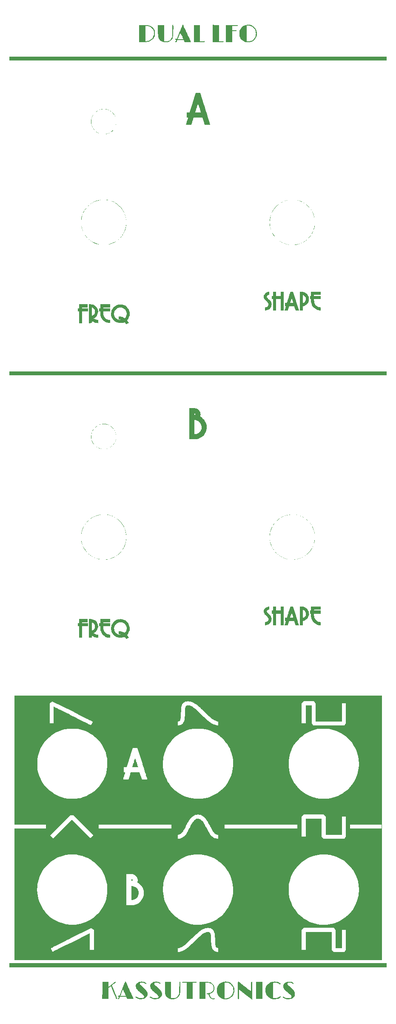
<source format=gto>
G04 #@! TF.GenerationSoftware,KiCad,Pcbnew,6.0.5-a6ca702e91~116~ubuntu20.04.1*
G04 #@! TF.CreationDate,2022-05-11T11:31:37-04:00*
G04 #@! TF.ProjectId,kdlfo_panel,6b646c66-6f5f-4706-916e-656c2e6b6963,rev?*
G04 #@! TF.SameCoordinates,Original*
G04 #@! TF.FileFunction,Legend,Top*
G04 #@! TF.FilePolarity,Positive*
%FSLAX46Y46*%
G04 Gerber Fmt 4.6, Leading zero omitted, Abs format (unit mm)*
G04 Created by KiCad (PCBNEW 6.0.5-a6ca702e91~116~ubuntu20.04.1) date 2022-05-11 11:31:37*
%MOMM*%
%LPD*%
G01*
G04 APERTURE LIST*
G04 APERTURE END LIST*
G04 #@! TO.C,GRAF2*
G36*
X67948220Y-49191551D02*
G01*
X68054180Y-48756814D01*
X68201934Y-48336259D01*
X68390023Y-47932926D01*
X68616987Y-47549855D01*
X68881370Y-47190087D01*
X69181711Y-46856661D01*
X69516554Y-46552619D01*
X69884439Y-46280999D01*
X70283907Y-46044842D01*
X70713501Y-45847189D01*
X70813013Y-45808762D01*
X71146982Y-45697405D01*
X71473810Y-45617153D01*
X71808299Y-45565443D01*
X72165246Y-45539712D01*
X72389526Y-45535680D01*
X72872262Y-45558583D01*
X73336530Y-45628615D01*
X73784052Y-45746327D01*
X74216553Y-45912272D01*
X74635753Y-46127005D01*
X75033634Y-46384097D01*
X75161033Y-46483254D01*
X75309129Y-46611606D01*
X75467762Y-46759141D01*
X75626774Y-46915846D01*
X75776007Y-47071708D01*
X75905303Y-47216712D01*
X76004503Y-47340847D01*
X76005157Y-47341742D01*
X76273835Y-47750224D01*
X76494382Y-48174664D01*
X76667432Y-48616607D01*
X76793620Y-49077594D01*
X76853493Y-49406191D01*
X76873878Y-49598190D01*
X76884949Y-49822527D01*
X76887061Y-50065349D01*
X76880569Y-50312803D01*
X76865831Y-50551034D01*
X76843202Y-50766190D01*
X76814113Y-50939440D01*
X76688998Y-51406744D01*
X76520072Y-51851069D01*
X76309715Y-52270122D01*
X76060307Y-52661612D01*
X75774230Y-53023248D01*
X75453865Y-53352737D01*
X75101592Y-53647790D01*
X74719793Y-53906113D01*
X74310848Y-54125416D01*
X73877138Y-54303406D01*
X73421044Y-54437793D01*
X73114014Y-54500625D01*
X72968831Y-54519648D01*
X72788602Y-54534630D01*
X72588003Y-54545142D01*
X72381712Y-54550752D01*
X72184406Y-54551029D01*
X72010760Y-54545543D01*
X71895869Y-54536389D01*
X71479945Y-54466976D01*
X71060005Y-54355372D01*
X70647333Y-54205859D01*
X70253209Y-54022720D01*
X69888918Y-53810237D01*
X69770571Y-53729741D01*
X69621761Y-53614704D01*
X69453616Y-53468808D01*
X69276463Y-53302380D01*
X69100627Y-53125749D01*
X68936435Y-52949242D01*
X68794214Y-52783188D01*
X68696668Y-52655656D01*
X68590605Y-52493339D01*
X68477618Y-52298973D01*
X68364968Y-52086880D01*
X68259914Y-51871381D01*
X68169719Y-51666800D01*
X68101643Y-51487457D01*
X68096363Y-51471558D01*
X67971480Y-51011514D01*
X67895683Y-50550452D01*
X67867512Y-50091410D01*
X67870826Y-50007834D01*
X67896671Y-50007834D01*
X67917685Y-50480209D01*
X67987829Y-50947751D01*
X68107104Y-51406600D01*
X68128672Y-51472765D01*
X68300939Y-51909315D01*
X68515756Y-52320744D01*
X68770211Y-52704712D01*
X69061392Y-53058879D01*
X69386386Y-53380903D01*
X69742281Y-53668445D01*
X70126163Y-53919163D01*
X70535121Y-54130716D01*
X70966241Y-54300765D01*
X71416612Y-54426968D01*
X71883321Y-54506984D01*
X71907681Y-54509804D01*
X72087650Y-54522724D01*
X72301641Y-54526239D01*
X72533816Y-54520947D01*
X72768341Y-54507452D01*
X72989379Y-54486353D01*
X73157993Y-54462349D01*
X73612360Y-54358900D01*
X74049665Y-54209212D01*
X74466824Y-54015934D01*
X74860757Y-53781719D01*
X75228380Y-53509217D01*
X75566612Y-53201080D01*
X75872372Y-52859957D01*
X76142576Y-52488501D01*
X76374143Y-52089363D01*
X76563990Y-51665193D01*
X76632827Y-51473374D01*
X76707862Y-51235337D01*
X76764173Y-51023387D01*
X76804581Y-50821325D01*
X76831910Y-50612953D01*
X76848984Y-50382072D01*
X76856613Y-50189390D01*
X76856899Y-49813224D01*
X76833135Y-49469477D01*
X76783231Y-49144704D01*
X76705101Y-48825461D01*
X76596655Y-48498303D01*
X76592039Y-48485886D01*
X76401148Y-48045266D01*
X76168558Y-47632481D01*
X75896511Y-47249774D01*
X75587251Y-46899388D01*
X75243018Y-46583563D01*
X74866055Y-46304543D01*
X74458604Y-46064569D01*
X74022907Y-45865884D01*
X73940341Y-45834188D01*
X73612777Y-45724633D01*
X73293535Y-45645428D01*
X72969186Y-45594486D01*
X72626305Y-45569722D01*
X72251466Y-45569047D01*
X72236837Y-45569457D01*
X72034243Y-45576975D01*
X71868841Y-45587385D01*
X71726994Y-45602066D01*
X71595066Y-45622396D01*
X71474075Y-45646545D01*
X71011011Y-45770137D01*
X70575374Y-45934807D01*
X70161295Y-46143195D01*
X69762911Y-46397942D01*
X69694295Y-46447540D01*
X69562670Y-46553220D01*
X69410972Y-46689490D01*
X69249299Y-46846009D01*
X69087749Y-47012436D01*
X68936420Y-47178427D01*
X68805411Y-47333642D01*
X68721598Y-47443696D01*
X68622920Y-47593610D01*
X68516266Y-47774846D01*
X68408568Y-47973889D01*
X68306757Y-48177223D01*
X68217764Y-48371335D01*
X68148521Y-48542709D01*
X68128419Y-48600301D01*
X68002038Y-49064021D01*
X67924789Y-49534485D01*
X67896671Y-50007834D01*
X67870826Y-50007834D01*
X67885511Y-49637430D01*
X67948220Y-49191551D01*
G37*
G36*
X71376590Y-128385561D02*
G01*
X71411206Y-128274266D01*
X71456701Y-128128202D01*
X71510930Y-127954255D01*
X71571747Y-127759308D01*
X71637005Y-127550245D01*
X71703766Y-127336487D01*
X71991705Y-126414815D01*
X72260467Y-126414978D01*
X72529230Y-126415141D01*
X73098234Y-128239252D01*
X73189900Y-128533045D01*
X73277301Y-128813038D01*
X73359238Y-129075393D01*
X73434509Y-129316271D01*
X73501914Y-129531834D01*
X73560252Y-129718244D01*
X73608322Y-129871662D01*
X73644924Y-129988249D01*
X73668856Y-130064167D01*
X73678918Y-130095577D01*
X73679040Y-130095923D01*
X73673631Y-130109559D01*
X73641339Y-130118290D01*
X73575752Y-130122636D01*
X73470458Y-130123118D01*
X73365760Y-130121348D01*
X73040678Y-130114215D01*
X72910573Y-129694695D01*
X72780467Y-129275176D01*
X71743064Y-129275176D01*
X71607372Y-129701051D01*
X71471680Y-130126927D01*
X71155059Y-130126927D01*
X71034905Y-130125780D01*
X70935696Y-130122648D01*
X70867077Y-130117996D01*
X70838693Y-130112288D01*
X70838439Y-130111676D01*
X70845784Y-130083511D01*
X70866102Y-130015321D01*
X70896820Y-129915499D01*
X70935365Y-129792437D01*
X70965566Y-129697144D01*
X71008077Y-129562602D01*
X71044550Y-129445215D01*
X71072407Y-129353439D01*
X71089070Y-129295732D01*
X71092693Y-129280163D01*
X71070570Y-129267728D01*
X71017278Y-129262464D01*
X71016417Y-129262463D01*
X70940141Y-129262463D01*
X70940141Y-128652253D01*
X71294173Y-128652253D01*
X71303984Y-128620471D01*
X71938139Y-128620471D01*
X71944940Y-128634027D01*
X71981115Y-128643381D01*
X72052585Y-128649120D01*
X72165275Y-128651833D01*
X72258220Y-128652253D01*
X72590148Y-128652253D01*
X72567340Y-128582333D01*
X72552329Y-128535334D01*
X72525199Y-128449444D01*
X72488986Y-128334312D01*
X72446726Y-128199586D01*
X72413329Y-128092893D01*
X72369395Y-127954475D01*
X72329633Y-127833049D01*
X72296865Y-127736933D01*
X72273913Y-127674444D01*
X72264502Y-127654240D01*
X72251977Y-127671314D01*
X72227352Y-127730110D01*
X72193160Y-127823650D01*
X72151931Y-127944956D01*
X72106200Y-128087050D01*
X72098432Y-128111898D01*
X72052015Y-128260675D01*
X72010306Y-128393782D01*
X71975828Y-128503214D01*
X71951102Y-128580970D01*
X71938651Y-128619046D01*
X71938139Y-128620471D01*
X71303984Y-128620471D01*
X71355000Y-128455206D01*
X71376590Y-128385561D01*
G37*
G36*
X67957670Y-111697041D02*
G01*
X68072627Y-111252429D01*
X68234344Y-110817764D01*
X68443102Y-110396498D01*
X68545376Y-110223588D01*
X68812691Y-109840173D01*
X69115922Y-109489542D01*
X69451404Y-109173551D01*
X69815471Y-108894057D01*
X70204459Y-108652917D01*
X70614700Y-108451985D01*
X71042531Y-108293120D01*
X71484284Y-108178177D01*
X71936296Y-108109012D01*
X72394899Y-108087482D01*
X72732722Y-108102995D01*
X73213967Y-108168739D01*
X73676337Y-108280516D01*
X74117543Y-108436290D01*
X74535294Y-108634022D01*
X74927299Y-108871675D01*
X75291268Y-109147212D01*
X75624910Y-109458596D01*
X75925934Y-109803790D01*
X76192051Y-110180755D01*
X76420969Y-110587455D01*
X76610398Y-111021852D01*
X76758048Y-111481909D01*
X76819030Y-111737580D01*
X76838372Y-111835194D01*
X76852922Y-111926181D01*
X76863340Y-112020319D01*
X76870282Y-112127389D01*
X76874408Y-112257170D01*
X76876377Y-112419442D01*
X76876848Y-112596096D01*
X76876307Y-112795343D01*
X76874136Y-112953790D01*
X76869662Y-113081483D01*
X76862211Y-113188463D01*
X76851109Y-113284775D01*
X76835684Y-113380463D01*
X76818147Y-113471390D01*
X76698668Y-113941115D01*
X76535388Y-114385254D01*
X76327639Y-114805074D01*
X76074753Y-115201841D01*
X75776062Y-115576824D01*
X75619915Y-115745642D01*
X75268787Y-116072647D01*
X74890651Y-116357429D01*
X74488417Y-116598882D01*
X74064997Y-116795902D01*
X73623301Y-116947382D01*
X73166238Y-117052218D01*
X72696720Y-117109304D01*
X72217658Y-117117535D01*
X72033434Y-117107602D01*
X71588294Y-117050286D01*
X71147210Y-116945694D01*
X70715884Y-116796687D01*
X70300016Y-116606122D01*
X69905307Y-116376860D01*
X69537457Y-116111760D01*
X69202167Y-115813680D01*
X68980928Y-115576536D01*
X68687681Y-115197753D01*
X68438668Y-114797848D01*
X68234167Y-114380271D01*
X68074460Y-113948475D01*
X67959829Y-113505912D01*
X67890553Y-113056035D01*
X67866914Y-112602296D01*
X67868719Y-112565507D01*
X67893593Y-112565507D01*
X67909867Y-112958409D01*
X67964294Y-113386456D01*
X68052624Y-113786951D01*
X68178426Y-114173150D01*
X68334213Y-114535363D01*
X68560538Y-114950912D01*
X68826201Y-115336896D01*
X69128125Y-115690914D01*
X69463230Y-116010566D01*
X69828438Y-116293451D01*
X70220672Y-116537170D01*
X70636853Y-116739321D01*
X71073903Y-116897504D01*
X71499500Y-117003665D01*
X71622910Y-117027843D01*
X71722123Y-117046168D01*
X71807176Y-117059343D01*
X71888102Y-117068067D01*
X71974938Y-117073040D01*
X72077719Y-117074963D01*
X72206479Y-117074536D01*
X72371255Y-117072459D01*
X72465666Y-117071088D01*
X72669221Y-117067158D01*
X72832223Y-117061437D01*
X72964957Y-117053121D01*
X73077711Y-117041406D01*
X73180774Y-117025487D01*
X73266567Y-117008454D01*
X73740172Y-116881702D01*
X74189465Y-116711135D01*
X74612485Y-116498250D01*
X75007273Y-116244546D01*
X75371865Y-115951523D01*
X75704303Y-115620680D01*
X76002624Y-115253514D01*
X76264868Y-114851525D01*
X76390808Y-114620461D01*
X76565617Y-114237427D01*
X76698050Y-113853638D01*
X76789921Y-113460667D01*
X76843046Y-113050083D01*
X76859237Y-112613459D01*
X76856613Y-112456257D01*
X76845237Y-112198368D01*
X76825653Y-111974872D01*
X76795045Y-111769597D01*
X76750596Y-111566372D01*
X76689492Y-111349026D01*
X76633336Y-111173910D01*
X76462094Y-110737186D01*
X76249707Y-110327466D01*
X75999216Y-109946588D01*
X75713663Y-109596389D01*
X75396088Y-109278708D01*
X75049533Y-108995383D01*
X74677041Y-108748253D01*
X74281652Y-108539154D01*
X73866407Y-108369926D01*
X73434350Y-108242406D01*
X72988520Y-108158432D01*
X72531961Y-108119844D01*
X72067712Y-108128478D01*
X71669795Y-108174244D01*
X71213944Y-108271857D01*
X70777816Y-108414046D01*
X70363641Y-108597976D01*
X69973644Y-108820813D01*
X69610055Y-109079722D01*
X69275099Y-109371870D01*
X68971005Y-109694422D01*
X68700001Y-110044543D01*
X68464314Y-110419399D01*
X68266170Y-110816156D01*
X68107799Y-111231980D01*
X67991428Y-111664036D01*
X67919283Y-112109490D01*
X67893593Y-112565507D01*
X67868719Y-112565507D01*
X67889193Y-112148147D01*
X67957670Y-111697041D01*
G37*
G36*
X42554041Y-200971208D02*
G01*
X42725880Y-200996551D01*
X42885452Y-201035503D01*
X43026738Y-201085373D01*
X43143722Y-201143473D01*
X43230387Y-201207113D01*
X43280715Y-201273603D01*
X43288690Y-201340254D01*
X43278977Y-201365794D01*
X43243198Y-201407482D01*
X43193737Y-201414713D01*
X43123368Y-201386466D01*
X43039006Y-201331876D01*
X42903297Y-201248517D01*
X42764882Y-201193735D01*
X42608924Y-201163350D01*
X42420586Y-201153183D01*
X42404307Y-201153119D01*
X42289261Y-201153622D01*
X42213216Y-201157292D01*
X42164322Y-201166930D01*
X42130731Y-201185335D01*
X42100592Y-201215308D01*
X42090114Y-201227367D01*
X42045736Y-201293610D01*
X42035399Y-201362447D01*
X42038626Y-201396248D01*
X42050855Y-201453433D01*
X42074717Y-201509478D01*
X42114935Y-201569745D01*
X42176231Y-201639598D01*
X42263328Y-201724397D01*
X42380949Y-201829506D01*
X42533816Y-201960286D01*
X42539940Y-201965459D01*
X42804344Y-202195972D01*
X43027696Y-202406142D01*
X43209132Y-202595059D01*
X43347790Y-202761809D01*
X43442806Y-202905481D01*
X43459304Y-202937003D01*
X43496941Y-203016448D01*
X43521436Y-203081364D01*
X43535598Y-203146728D01*
X43542237Y-203227518D01*
X43544164Y-203338713D01*
X43544245Y-203389756D01*
X43543087Y-203518070D01*
X43538033Y-203609874D01*
X43526708Y-203679489D01*
X43506740Y-203741234D01*
X43475755Y-203809428D01*
X43474143Y-203812716D01*
X43357861Y-203993309D01*
X43202062Y-204147872D01*
X43012231Y-204274049D01*
X42793855Y-204369484D01*
X42552421Y-204431821D01*
X42293414Y-204458703D01*
X42022322Y-204447775D01*
X42001180Y-204445307D01*
X41760615Y-204401156D01*
X41539807Y-204331659D01*
X41348988Y-204240670D01*
X41220086Y-204151060D01*
X41165222Y-204094803D01*
X41145816Y-204040227D01*
X41146541Y-204003455D01*
X41169630Y-203938551D01*
X41219426Y-203914151D01*
X41291572Y-203930502D01*
X41381709Y-203987850D01*
X41384427Y-203990030D01*
X41520852Y-204080978D01*
X41687713Y-204162774D01*
X41864601Y-204225602D01*
X41887490Y-204231924D01*
X41994183Y-204251096D01*
X42129856Y-204262521D01*
X42276882Y-204266015D01*
X42417636Y-204261394D01*
X42534489Y-204248475D01*
X42577505Y-204239109D01*
X42675768Y-204194969D01*
X42764838Y-204125637D01*
X42832884Y-204043360D01*
X42868079Y-203960384D01*
X42870471Y-203935806D01*
X42865988Y-203878888D01*
X42850238Y-203822399D01*
X42819768Y-203762720D01*
X42771126Y-203696231D01*
X42700860Y-203619314D01*
X42605517Y-203528350D01*
X42481645Y-203419719D01*
X42325791Y-203289803D01*
X42134503Y-203134983D01*
X42016962Y-203041106D01*
X41808133Y-202868878D01*
X41639406Y-202715308D01*
X41506197Y-202574778D01*
X41403924Y-202441674D01*
X41328004Y-202310381D01*
X41273854Y-202175282D01*
X41253906Y-202106094D01*
X41222686Y-201895122D01*
X41238166Y-201698015D01*
X41297357Y-201517820D01*
X41397272Y-201357583D01*
X41534923Y-201220349D01*
X41707324Y-201109163D01*
X41911487Y-201027072D01*
X42144423Y-200977121D01*
X42375950Y-200962163D01*
X42554041Y-200971208D01*
G37*
G36*
X40481503Y-180611841D02*
G01*
X40532503Y-180643083D01*
X40578249Y-180707846D01*
X40587126Y-180785721D01*
X40564141Y-180862055D01*
X40514302Y-180922193D01*
X40442616Y-180951484D01*
X40426813Y-180952353D01*
X40401486Y-180946777D01*
X40386971Y-180922885D01*
X40380369Y-180869932D01*
X40378780Y-180777172D01*
X40378779Y-180774375D01*
X40380284Y-180680530D01*
X40386732Y-180626750D01*
X40401024Y-180602288D01*
X40426058Y-180596399D01*
X40426813Y-180596397D01*
X40481503Y-180611841D01*
G37*
G36*
X74213664Y-63848131D02*
G01*
X74373194Y-63854473D01*
X74494183Y-63863938D01*
X74588916Y-63878140D01*
X74669680Y-63898693D01*
X74714091Y-63913836D01*
X74964975Y-64032430D01*
X75186994Y-64190906D01*
X75376072Y-64384907D01*
X75528134Y-64610076D01*
X75639105Y-64862057D01*
X75658411Y-64923424D01*
X75691343Y-65094145D01*
X75701835Y-65288960D01*
X75690203Y-65486492D01*
X75656766Y-65665360D01*
X75646892Y-65698899D01*
X75548926Y-65931356D01*
X75411736Y-66145864D01*
X75242145Y-66335901D01*
X75046974Y-66494946D01*
X74833043Y-66616477D01*
X74607173Y-66693972D01*
X74605783Y-66694294D01*
X74474275Y-66724650D01*
X74474275Y-67554955D01*
X73864064Y-67554955D01*
X73864064Y-65290379D01*
X74474275Y-65290379D01*
X74474664Y-65488191D01*
X74475767Y-65668691D01*
X74477489Y-65825869D01*
X74479734Y-65953714D01*
X74482406Y-66046215D01*
X74485410Y-66097360D01*
X74487265Y-66105706D01*
X74515950Y-66095789D01*
X74574275Y-66070573D01*
X74611496Y-66053416D01*
X74780307Y-65946919D01*
X74919960Y-65803559D01*
X75024515Y-65631712D01*
X75088032Y-65439757D01*
X75100041Y-65364443D01*
X75096593Y-65182977D01*
X75049512Y-65003964D01*
X74964785Y-64836592D01*
X74848401Y-64690048D01*
X74706347Y-64573519D01*
X74544612Y-64496193D01*
X74531482Y-64492118D01*
X74474275Y-64475052D01*
X74474275Y-65290379D01*
X73864064Y-65290379D01*
X73864064Y-63837967D01*
X74213664Y-63848131D01*
G37*
G36*
X36347949Y-130368832D02*
G01*
X36393200Y-130193246D01*
X36398701Y-130177778D01*
X36528846Y-129886614D01*
X36692812Y-129632857D01*
X36892752Y-129414128D01*
X37130817Y-129228048D01*
X37391292Y-129080774D01*
X37663689Y-128976728D01*
X37946500Y-128919904D01*
X38233706Y-128909401D01*
X38519285Y-128944319D01*
X38797217Y-129023757D01*
X39061481Y-129146816D01*
X39306057Y-129312595D01*
X39383865Y-129378719D01*
X39563667Y-129567733D01*
X39724246Y-129789776D01*
X39856834Y-130030356D01*
X39952660Y-130274981D01*
X39975125Y-130355756D01*
X39996075Y-130483981D01*
X40006577Y-130644405D01*
X40006905Y-130819521D01*
X39997336Y-130991822D01*
X39978146Y-131143801D01*
X39961515Y-131220221D01*
X39882660Y-131449149D01*
X39774142Y-131676992D01*
X39647375Y-131880077D01*
X39635711Y-131895995D01*
X39520833Y-132050549D01*
X39627885Y-132213813D01*
X39689122Y-132308324D01*
X39747343Y-132400050D01*
X39790080Y-132469348D01*
X39790532Y-132470104D01*
X39846126Y-132563130D01*
X39581099Y-132705289D01*
X39476888Y-132760719D01*
X39390023Y-132806041D01*
X39329684Y-132836525D01*
X39305125Y-132847448D01*
X39289197Y-132826508D01*
X39260036Y-132772730D01*
X39237176Y-132725745D01*
X39185278Y-132631051D01*
X39122364Y-132537223D01*
X39099346Y-132508007D01*
X39018519Y-132411970D01*
X38874312Y-132478110D01*
X38655724Y-132554964D01*
X38410056Y-132601322D01*
X38151390Y-132616548D01*
X37893805Y-132600008D01*
X37651382Y-132551068D01*
X37600338Y-132535518D01*
X37319664Y-132417935D01*
X37064564Y-132258654D01*
X36839051Y-132062033D01*
X36647142Y-131832426D01*
X36492848Y-131574192D01*
X36380185Y-131291687D01*
X36348683Y-131177059D01*
X36319448Y-130994894D01*
X36310177Y-130787543D01*
X36311898Y-130749850D01*
X36914583Y-130749850D01*
X36937222Y-130999346D01*
X37005427Y-131233101D01*
X37115356Y-131446010D01*
X37263165Y-131632965D01*
X37445011Y-131788858D01*
X37657051Y-131908582D01*
X37833995Y-131971681D01*
X37898138Y-131984711D01*
X37979134Y-131994699D01*
X38067435Y-132001471D01*
X38153491Y-132004850D01*
X38227753Y-132004660D01*
X38280673Y-132000726D01*
X38302700Y-131992872D01*
X38284286Y-131980923D01*
X38281182Y-131979911D01*
X38218995Y-131966004D01*
X38124866Y-131951450D01*
X38017582Y-131939092D01*
X38001502Y-131937602D01*
X37798099Y-131919420D01*
X37783705Y-131314138D01*
X38032443Y-131329500D01*
X38270338Y-131358214D01*
X38510055Y-131412564D01*
X38733520Y-131487658D01*
X38895123Y-131563012D01*
X39051408Y-131648605D01*
X39103092Y-131593322D01*
X39211110Y-131448385D01*
X39301602Y-131269705D01*
X39368680Y-131073040D01*
X39406452Y-130874147D01*
X39412613Y-130765152D01*
X39388472Y-130524120D01*
X39319279Y-130297748D01*
X39209873Y-130090881D01*
X39065098Y-129908368D01*
X38889795Y-129755055D01*
X38688806Y-129635788D01*
X38466973Y-129555414D01*
X38229137Y-129518780D01*
X38165753Y-129517019D01*
X37921762Y-129540444D01*
X37693456Y-129608544D01*
X37485533Y-129716689D01*
X37302689Y-129860252D01*
X37149621Y-130034603D01*
X37031027Y-130235115D01*
X36951604Y-130457160D01*
X36916048Y-130696109D01*
X36914583Y-130749850D01*
X36311898Y-130749850D01*
X36319976Y-130572893D01*
X36347949Y-130368832D01*
G37*
G36*
X91153354Y-17899099D02*
G01*
X16072073Y-17899099D01*
X16072073Y-17110911D01*
X91153354Y-17110911D01*
X91153354Y-17899099D01*
G37*
G36*
X49276831Y-13555793D02*
G01*
X49277254Y-13555826D01*
X49381499Y-13564064D01*
X49951994Y-12178379D01*
X50056084Y-11925641D01*
X50155002Y-11685637D01*
X50246946Y-11462722D01*
X50330117Y-11261253D01*
X50402716Y-11085583D01*
X50462942Y-10940069D01*
X50508996Y-10829066D01*
X50539078Y-10756930D01*
X50550877Y-10729130D01*
X50579265Y-10665566D01*
X50624944Y-10754555D01*
X50645437Y-10796728D01*
X50684289Y-10878876D01*
X50739483Y-10996629D01*
X50808999Y-11145615D01*
X50890819Y-11321465D01*
X50982924Y-11519807D01*
X51083295Y-11736271D01*
X51189915Y-11966486D01*
X51300763Y-12206082D01*
X51413823Y-12450687D01*
X51527074Y-12695931D01*
X51638499Y-12937443D01*
X51746079Y-13170852D01*
X51847795Y-13391789D01*
X51941628Y-13595881D01*
X52025560Y-13778759D01*
X52097573Y-13936052D01*
X52155647Y-14063388D01*
X52197764Y-14156398D01*
X52221905Y-14210710D01*
X52227027Y-14223362D01*
X52202747Y-14227354D01*
X52134488Y-14230924D01*
X52029119Y-14233913D01*
X51893512Y-14236163D01*
X51734536Y-14237512D01*
X51602940Y-14237838D01*
X50978854Y-14237838D01*
X50780106Y-13805606D01*
X50261270Y-13805606D01*
X50095423Y-13804815D01*
X49939307Y-13802610D01*
X49802915Y-13799245D01*
X49696241Y-13794973D01*
X49629278Y-13790048D01*
X49624592Y-13789454D01*
X49506751Y-13773302D01*
X49443152Y-13922938D01*
X49391176Y-14042059D01*
X49351465Y-14123411D01*
X49318219Y-14176759D01*
X49285641Y-14211868D01*
X49260473Y-14230594D01*
X49216751Y-14252206D01*
X49181535Y-14240689D01*
X49151011Y-14212873D01*
X49096893Y-14158755D01*
X49187286Y-13997118D01*
X49231596Y-13914565D01*
X49263827Y-13848188D01*
X49277567Y-13811274D01*
X49277678Y-13809803D01*
X49255988Y-13785889D01*
X49202440Y-13759602D01*
X49188689Y-13754755D01*
X49125219Y-13724666D01*
X49101032Y-13684196D01*
X49099700Y-13666908D01*
X49119159Y-13598689D01*
X49149279Y-13579794D01*
X49591862Y-13579794D01*
X49612788Y-13594248D01*
X49666274Y-13603005D01*
X49752150Y-13608722D01*
X49907035Y-13615332D01*
X50066782Y-13619778D01*
X50223329Y-13622099D01*
X50368613Y-13622338D01*
X50494570Y-13620533D01*
X50593137Y-13616727D01*
X50656250Y-13610958D01*
X50676077Y-13604078D01*
X50665826Y-13573619D01*
X50637345Y-13505589D01*
X50594034Y-13407275D01*
X50539297Y-13285967D01*
X50476538Y-13148952D01*
X50409158Y-13003520D01*
X50340560Y-12856957D01*
X50274148Y-12716553D01*
X50213325Y-12589595D01*
X50161493Y-12483372D01*
X50122054Y-12405173D01*
X50098413Y-12362285D01*
X50093522Y-12356357D01*
X50081100Y-12378692D01*
X50052778Y-12440715D01*
X50011667Y-12534949D01*
X49960880Y-12653919D01*
X49903529Y-12790148D01*
X49842726Y-12936161D01*
X49781581Y-13084482D01*
X49723208Y-13227635D01*
X49670719Y-13358144D01*
X49627224Y-13468534D01*
X49595836Y-13551328D01*
X49593956Y-13556495D01*
X49591862Y-13579794D01*
X49149279Y-13579794D01*
X49177979Y-13561790D01*
X49276831Y-13555793D01*
G37*
G36*
X36408963Y-67596269D02*
G01*
X36530939Y-67314729D01*
X36638645Y-67136722D01*
X36719458Y-67035201D01*
X36830054Y-66919756D01*
X36956834Y-66802984D01*
X37086196Y-66697484D01*
X37193940Y-66622364D01*
X37460123Y-66484226D01*
X37734514Y-66393592D01*
X38012669Y-66348711D01*
X38290147Y-66347834D01*
X38562505Y-66389214D01*
X38825299Y-66471099D01*
X39074088Y-66591741D01*
X39304427Y-66749391D01*
X39511875Y-66942300D01*
X39691989Y-67168718D01*
X39840326Y-67426897D01*
X39950110Y-67707508D01*
X39991795Y-67896944D01*
X40011589Y-68112870D01*
X40009493Y-68336277D01*
X39985506Y-68548158D01*
X39950116Y-68698004D01*
X39859809Y-68938933D01*
X39746410Y-69163218D01*
X39618426Y-69354073D01*
X39616151Y-69356959D01*
X39560473Y-69430027D01*
X39533456Y-69476052D01*
X39530655Y-69506587D01*
X39547624Y-69533186D01*
X39548135Y-69533758D01*
X39584242Y-69581123D01*
X39633130Y-69654298D01*
X39687624Y-69741318D01*
X39740546Y-69830220D01*
X39784719Y-69909039D01*
X39812966Y-69965810D01*
X39819420Y-69986004D01*
X39798635Y-70007237D01*
X39743627Y-70045363D01*
X39665414Y-70094061D01*
X39575012Y-70147007D01*
X39483440Y-70197880D01*
X39401716Y-70240355D01*
X39340858Y-70268112D01*
X39314994Y-70275476D01*
X39292611Y-70254694D01*
X39260797Y-70202671D01*
X39249490Y-70180131D01*
X39207332Y-70103412D01*
X39150050Y-70013234D01*
X39116806Y-69965809D01*
X39029536Y-69846833D01*
X38896900Y-69907526D01*
X38680515Y-69988735D01*
X38453179Y-70036742D01*
X38199637Y-70054624D01*
X38166767Y-70054891D01*
X37968357Y-70048067D01*
X37793229Y-70023796D01*
X37623922Y-69977851D01*
X37442975Y-69906004D01*
X37327728Y-69851739D01*
X37212591Y-69792118D01*
X37118603Y-69734225D01*
X37031053Y-69667151D01*
X36935230Y-69579987D01*
X36856339Y-69502167D01*
X36654483Y-69271412D01*
X36501163Y-69031665D01*
X36394208Y-68777758D01*
X36331449Y-68504524D01*
X36310714Y-68206797D01*
X36310711Y-68203304D01*
X36313712Y-68165549D01*
X36912519Y-68165549D01*
X36926113Y-68390007D01*
X36979587Y-68608297D01*
X37071944Y-68814413D01*
X37202188Y-69002353D01*
X37369322Y-69166110D01*
X37572350Y-69299680D01*
X37607408Y-69317511D01*
X37737686Y-69372242D01*
X37876977Y-69415619D01*
X38013882Y-69445600D01*
X38137002Y-69460145D01*
X38234938Y-69457214D01*
X38289589Y-69439636D01*
X38295318Y-69421827D01*
X38253801Y-69404997D01*
X38163952Y-69388902D01*
X38024684Y-69373301D01*
X37969720Y-69368392D01*
X37785386Y-69352699D01*
X37785386Y-68749950D01*
X37880731Y-68750100D01*
X37989475Y-68756638D01*
X38129314Y-68773929D01*
X38282410Y-68798898D01*
X38430924Y-68828472D01*
X38557017Y-68859577D01*
X38608090Y-68875435D01*
X38718717Y-68918777D01*
X38838030Y-68972891D01*
X38898929Y-69003932D01*
X39040837Y-69080792D01*
X39110253Y-69014288D01*
X39160071Y-68955220D01*
X39217227Y-68871126D01*
X39257210Y-68802301D01*
X39354962Y-68568505D01*
X39404454Y-68329390D01*
X39406597Y-68090627D01*
X39362306Y-67857886D01*
X39272494Y-67636838D01*
X39138074Y-67433152D01*
X39015488Y-67301651D01*
X38815270Y-67146600D01*
X38598535Y-67036912D01*
X38371085Y-66972506D01*
X38138721Y-66953299D01*
X37907246Y-66979210D01*
X37682461Y-67050157D01*
X37470169Y-67166059D01*
X37276877Y-67326127D01*
X37120984Y-67515211D01*
X37008958Y-67722147D01*
X36939802Y-67940927D01*
X36912519Y-68165549D01*
X36313712Y-68165549D01*
X36335367Y-67893067D01*
X36408963Y-67596269D01*
G37*
G36*
X48667071Y-10798963D02*
G01*
X48687476Y-10824475D01*
X48691731Y-10858662D01*
X48694992Y-10938216D01*
X48697229Y-11057662D01*
X48698415Y-11211525D01*
X48698519Y-11394329D01*
X48697512Y-11600601D01*
X48695364Y-11824865D01*
X48693567Y-11962263D01*
X48677860Y-13055556D01*
X48611161Y-13246247D01*
X48535068Y-13439008D01*
X48450895Y-13597347D01*
X48348739Y-13737661D01*
X48248292Y-13847068D01*
X48063621Y-14000641D01*
X47848238Y-14125274D01*
X47618166Y-14212066D01*
X47567909Y-14225024D01*
X47454333Y-14243303D01*
X47308392Y-14254864D01*
X47148165Y-14259419D01*
X46991732Y-14256680D01*
X46857169Y-14246359D01*
X46798699Y-14237279D01*
X46586287Y-14175575D01*
X46377381Y-14079946D01*
X46186596Y-13958588D01*
X46028547Y-13819696D01*
X46002236Y-13790633D01*
X45934464Y-13701333D01*
X45863185Y-13590067D01*
X45807164Y-13487403D01*
X45769640Y-13408513D01*
X45738293Y-13335829D01*
X45712566Y-13263975D01*
X45691903Y-13187572D01*
X45675749Y-13101246D01*
X45663546Y-12999618D01*
X45654740Y-12877313D01*
X45648774Y-12728955D01*
X45645092Y-12549165D01*
X45643138Y-12332569D01*
X45642357Y-12073789D01*
X45642218Y-11892343D01*
X45641842Y-10805406D01*
X46862263Y-10805406D01*
X46862263Y-14053929D01*
X46919470Y-14069260D01*
X46991764Y-14079626D01*
X47098468Y-14084286D01*
X47223500Y-14083565D01*
X47350779Y-14077789D01*
X47464222Y-14067283D01*
X47528429Y-14056947D01*
X47755668Y-13984696D01*
X47955990Y-13869683D01*
X48128517Y-13712820D01*
X48272374Y-13515022D01*
X48386684Y-13277203D01*
X48444798Y-13101334D01*
X48458647Y-13049600D01*
X48470035Y-12998964D01*
X48479236Y-12943890D01*
X48486522Y-12878846D01*
X48492167Y-12798297D01*
X48496444Y-12696711D01*
X48499627Y-12568552D01*
X48501987Y-12408287D01*
X48503800Y-12210383D01*
X48505336Y-11969306D01*
X48505916Y-11863133D01*
X48507643Y-11595553D01*
X48509812Y-11374786D01*
X48512574Y-11196793D01*
X48516075Y-11057538D01*
X48520464Y-10952982D01*
X48525891Y-10879089D01*
X48532503Y-10831821D01*
X48540449Y-10807139D01*
X48544963Y-10802011D01*
X48610881Y-10781173D01*
X48667071Y-10798963D01*
G37*
G36*
X57140491Y-10811310D02*
G01*
X57757057Y-10818119D01*
X57770149Y-14065621D01*
X58119559Y-14049559D01*
X58259101Y-14043098D01*
X58390777Y-14036919D01*
X58500957Y-14031666D01*
X58576010Y-14027986D01*
X58583384Y-14027609D01*
X58654277Y-14026562D01*
X58689202Y-14037849D01*
X58702777Y-14068637D01*
X58705440Y-14087462D01*
X58708321Y-14120083D01*
X58705789Y-14147102D01*
X58693498Y-14169088D01*
X58667101Y-14186612D01*
X58622255Y-14200244D01*
X58554614Y-14210553D01*
X58459831Y-14218110D01*
X58333562Y-14223483D01*
X58171461Y-14227244D01*
X57969182Y-14229961D01*
X57722380Y-14232205D01*
X57593900Y-14233226D01*
X57369467Y-14234537D01*
X57160925Y-14234890D01*
X56973746Y-14234340D01*
X56813398Y-14232942D01*
X56685354Y-14230752D01*
X56595083Y-14227824D01*
X56548056Y-14224213D01*
X56542619Y-14222632D01*
X56539438Y-14194660D01*
X56536427Y-14120062D01*
X56533633Y-14003061D01*
X56531102Y-13847884D01*
X56528879Y-13658754D01*
X56527010Y-13439896D01*
X56525542Y-13195534D01*
X56524520Y-12929893D01*
X56523990Y-12647197D01*
X56523924Y-12504220D01*
X56523924Y-10804502D01*
X57140491Y-10811310D01*
G37*
G36*
X30343382Y-50163964D02*
G01*
X30339318Y-49974940D01*
X30338249Y-49824837D01*
X30340763Y-49701783D01*
X30347446Y-49593906D01*
X30358883Y-49489334D01*
X30375661Y-49376193D01*
X30385077Y-49319511D01*
X30487114Y-48851888D01*
X30630977Y-48410589D01*
X30819077Y-47989910D01*
X31053825Y-47584145D01*
X31220790Y-47341742D01*
X31316913Y-47221102D01*
X31442556Y-47079250D01*
X31587368Y-46926538D01*
X31741000Y-46773317D01*
X31893100Y-46629936D01*
X32033319Y-46506746D01*
X32140941Y-46421591D01*
X32549469Y-46152146D01*
X32971358Y-45931568D01*
X33407513Y-45759590D01*
X33858843Y-45635950D01*
X34326254Y-45560380D01*
X34810652Y-45532617D01*
X35153854Y-45541116D01*
X35604414Y-45591746D01*
X36049014Y-45690800D01*
X36482868Y-45835865D01*
X36901188Y-46024529D01*
X37299190Y-46254378D01*
X37672086Y-46523000D01*
X38015091Y-46827981D01*
X38283905Y-47119153D01*
X38575553Y-47504683D01*
X38822137Y-47911638D01*
X39023045Y-48336866D01*
X39177665Y-48777214D01*
X39285384Y-49229533D01*
X39345592Y-49690669D01*
X39357675Y-50157471D01*
X39321023Y-50626787D01*
X39235022Y-51095467D01*
X39129064Y-51471558D01*
X39063583Y-51647609D01*
X38975261Y-51850323D01*
X38871360Y-52065378D01*
X38759139Y-52278450D01*
X38645860Y-52475219D01*
X38538784Y-52641363D01*
X38528758Y-52655656D01*
X38413945Y-52804287D01*
X38268208Y-52972325D01*
X38101874Y-53149443D01*
X37925268Y-53325314D01*
X37748717Y-53489608D01*
X37582547Y-53631998D01*
X37454855Y-53729741D01*
X37177659Y-53907029D01*
X36865869Y-54073294D01*
X36534460Y-54222070D01*
X36198406Y-54346888D01*
X35872680Y-54441280D01*
X35738639Y-54471079D01*
X35389026Y-54525342D01*
X35023363Y-54553993D01*
X34661693Y-54556121D01*
X34352953Y-54534238D01*
X33883934Y-54455629D01*
X33425243Y-54328793D01*
X32982384Y-54155752D01*
X32560861Y-53938528D01*
X32318919Y-53786779D01*
X31941485Y-53502447D01*
X31597737Y-53181389D01*
X31289760Y-52826719D01*
X31019644Y-52441554D01*
X30789475Y-52029008D01*
X30601340Y-51592198D01*
X30457328Y-51134239D01*
X30411168Y-50939440D01*
X30389226Y-50823475D01*
X30372432Y-50699622D01*
X30359857Y-50557266D01*
X30350573Y-50385788D01*
X30346108Y-50249519D01*
X30361850Y-50249519D01*
X30407947Y-50720400D01*
X30499602Y-51175461D01*
X30636643Y-51615617D01*
X30817246Y-52033399D01*
X31038308Y-52426638D01*
X31296727Y-52793167D01*
X31589401Y-53130818D01*
X31913228Y-53437422D01*
X32265104Y-53710812D01*
X32641929Y-53948819D01*
X33040599Y-54149276D01*
X33458012Y-54310015D01*
X33891067Y-54428867D01*
X34336661Y-54503665D01*
X34791691Y-54532241D01*
X35253056Y-54512426D01*
X35271931Y-54510563D01*
X35747593Y-54437626D01*
X36206601Y-54317404D01*
X36646279Y-54151502D01*
X37063952Y-53941526D01*
X37456944Y-53689083D01*
X37822578Y-53395777D01*
X38158180Y-53063217D01*
X38461073Y-52693006D01*
X38578373Y-52525958D01*
X38814278Y-52129681D01*
X39007754Y-51710346D01*
X39157370Y-51273480D01*
X39261695Y-50824612D01*
X39319296Y-50369268D01*
X39328743Y-49912975D01*
X39314680Y-49683055D01*
X39270047Y-49312993D01*
X39203060Y-48974098D01*
X39109116Y-48650037D01*
X38983613Y-48324477D01*
X38851943Y-48040941D01*
X38701340Y-47757947D01*
X38542588Y-47505026D01*
X38365112Y-47267475D01*
X38158337Y-47030592D01*
X38026927Y-46893885D01*
X37677872Y-46571522D01*
X37313599Y-46296350D01*
X36929643Y-46065918D01*
X36521537Y-45877777D01*
X36084816Y-45729478D01*
X35753252Y-45646666D01*
X35526712Y-45608125D01*
X35266745Y-45581199D01*
X34989549Y-45566400D01*
X34711321Y-45564238D01*
X34448256Y-45575224D01*
X34225826Y-45598496D01*
X33748182Y-45692732D01*
X33291371Y-45832654D01*
X32857128Y-46017398D01*
X32447186Y-46246105D01*
X32063278Y-46517912D01*
X31707138Y-46831957D01*
X31669355Y-46869422D01*
X31351283Y-47223618D01*
X31075605Y-47603911D01*
X30843216Y-48007011D01*
X30655007Y-48429630D01*
X30511872Y-48868480D01*
X30414706Y-49320270D01*
X30364400Y-49781713D01*
X30361850Y-50249519D01*
X30346108Y-50249519D01*
X30343653Y-50174574D01*
X30343382Y-50163964D01*
G37*
G36*
X67750259Y-126413438D02*
G01*
X67756303Y-126478076D01*
X67760408Y-126573932D01*
X67761962Y-126691194D01*
X67761962Y-126998631D01*
X67692042Y-127014191D01*
X67596613Y-127037203D01*
X67532257Y-127058918D01*
X67479935Y-127086674D01*
X67447624Y-127108417D01*
X67366382Y-127194840D01*
X67321521Y-127306284D01*
X67319520Y-127426644D01*
X67319551Y-127426815D01*
X67331097Y-127465428D01*
X67355173Y-127509252D01*
X67396553Y-127563932D01*
X67460008Y-127635111D01*
X67550312Y-127728434D01*
X67672237Y-127849545D01*
X67700130Y-127876906D01*
X67829239Y-128004474D01*
X67927412Y-128104888D01*
X68000893Y-128185684D01*
X68055927Y-128254398D01*
X68098758Y-128318566D01*
X68135631Y-128385723D01*
X68155544Y-128426474D01*
X68236240Y-128643753D01*
X68268279Y-128856693D01*
X68251510Y-129070087D01*
X68185782Y-129288733D01*
X68124344Y-129421433D01*
X68023959Y-129575917D01*
X67889257Y-129727765D01*
X67735234Y-129861944D01*
X67591215Y-129955861D01*
X67491374Y-130002195D01*
X67375165Y-130044488D01*
X67253652Y-130080122D01*
X67137903Y-130106478D01*
X67038982Y-130120939D01*
X66967954Y-130120885D01*
X66939874Y-130109977D01*
X66933083Y-130079150D01*
X66927588Y-130008459D01*
X66924005Y-129908884D01*
X66922923Y-129807759D01*
X66922923Y-129522491D01*
X67043694Y-129504790D01*
X67213112Y-129461259D01*
X67362215Y-129387043D01*
X67486397Y-129288430D01*
X67581049Y-129171704D01*
X67641562Y-129043152D01*
X67663329Y-128909059D01*
X67641742Y-128775712D01*
X67618365Y-128720910D01*
X67587496Y-128676974D01*
X67527241Y-128604455D01*
X67444153Y-128510753D01*
X67344781Y-128403265D01*
X67242405Y-128296297D01*
X67095646Y-128142688D01*
X66981550Y-128015571D01*
X66894934Y-127907474D01*
X66830619Y-127810921D01*
X66783423Y-127718441D01*
X66748163Y-127622561D01*
X66729679Y-127556784D01*
X66704217Y-127361222D01*
X66725840Y-127170338D01*
X66790787Y-126989287D01*
X66895294Y-126823221D01*
X67035599Y-126677295D01*
X67207939Y-126556662D01*
X67408553Y-126466478D01*
X67555226Y-126426009D01*
X67643077Y-126407885D01*
X67710595Y-126394876D01*
X67742893Y-126389831D01*
X67750259Y-126413438D01*
G37*
G36*
X32354327Y-29671497D02*
G01*
X32386754Y-29476961D01*
X32390818Y-29459863D01*
X32497928Y-29123854D01*
X32648157Y-28806038D01*
X32837503Y-28512425D01*
X33061966Y-28249026D01*
X33317544Y-28021851D01*
X33377850Y-27977116D01*
X33535844Y-27876810D01*
X33724976Y-27776879D01*
X33926251Y-27686217D01*
X34120672Y-27613717D01*
X34213114Y-27586052D01*
X34413601Y-27545747D01*
X34642777Y-27521433D01*
X34880881Y-27513852D01*
X35108150Y-27523744D01*
X35276568Y-27546164D01*
X35628129Y-27637373D01*
X35956263Y-27772322D01*
X36257966Y-27948280D01*
X36530232Y-28162520D01*
X36770057Y-28412312D01*
X36974436Y-28694928D01*
X37140364Y-29007640D01*
X37264837Y-29347718D01*
X37266443Y-29353254D01*
X37317080Y-29586550D01*
X37345175Y-29846689D01*
X37350051Y-30114603D01*
X37331031Y-30371227D01*
X37307604Y-30513126D01*
X37211157Y-30857636D01*
X37071164Y-31179370D01*
X36890849Y-31475070D01*
X36673438Y-31741477D01*
X36422156Y-31975335D01*
X36140228Y-32173384D01*
X35830880Y-32332368D01*
X35497337Y-32449028D01*
X35357258Y-32483242D01*
X35203113Y-32508242D01*
X35021726Y-32525050D01*
X34832456Y-32532850D01*
X34654660Y-32530830D01*
X34511854Y-32518773D01*
X34166660Y-32445390D01*
X33839857Y-32327063D01*
X33535122Y-32167192D01*
X33256133Y-31969179D01*
X33006568Y-31736424D01*
X32790103Y-31472326D01*
X32610417Y-31180287D01*
X32471185Y-30863706D01*
X32380798Y-30548249D01*
X32350415Y-30351085D01*
X32335988Y-30126966D01*
X32336051Y-30116150D01*
X32357066Y-30116150D01*
X32393344Y-30456838D01*
X32477117Y-30788292D01*
X32606707Y-31105680D01*
X32780437Y-31404172D01*
X32996629Y-31678937D01*
X33053480Y-31739609D01*
X33313780Y-31977685D01*
X33590940Y-32170150D01*
X33889397Y-32319164D01*
X34213590Y-32426886D01*
X34567956Y-32495477D01*
X34619920Y-32502043D01*
X34765716Y-32513299D01*
X34916569Y-32511139D01*
X35093147Y-32495162D01*
X35116383Y-32492378D01*
X35468737Y-32424952D01*
X35800757Y-32312958D01*
X36109164Y-32159260D01*
X36390685Y-31966721D01*
X36642041Y-31738205D01*
X36859958Y-31476575D01*
X37041160Y-31184694D01*
X37182369Y-30865425D01*
X37257134Y-30621397D01*
X37287316Y-30460725D01*
X37306966Y-30268705D01*
X37315930Y-30060714D01*
X37314049Y-29852128D01*
X37301168Y-29658324D01*
X37277131Y-29494679D01*
X37268963Y-29458682D01*
X37166000Y-29140829D01*
X37020807Y-28835079D01*
X36838787Y-28549511D01*
X36625343Y-28292206D01*
X36385876Y-28071243D01*
X36295798Y-28003189D01*
X36130678Y-27898890D01*
X35934153Y-27796105D01*
X35725144Y-27703638D01*
X35522573Y-27630293D01*
X35446247Y-27607920D01*
X35278820Y-27574897D01*
X35079206Y-27554469D01*
X34863121Y-27546660D01*
X34646282Y-27551497D01*
X34444405Y-27569003D01*
X34273208Y-27599205D01*
X34246791Y-27606011D01*
X33899297Y-27725659D01*
X33580632Y-27885121D01*
X33293209Y-28081609D01*
X33039444Y-28312339D01*
X32821752Y-28574524D01*
X32642548Y-28865378D01*
X32504248Y-29182116D01*
X32409266Y-29521951D01*
X32369959Y-29771059D01*
X32357066Y-30116150D01*
X32336051Y-30116150D01*
X32337349Y-29894301D01*
X32354327Y-29671497D01*
G37*
G36*
X36081882Y-129516717D02*
G01*
X34785186Y-129516717D01*
X34785186Y-129720121D01*
X36107308Y-129720121D01*
X36107308Y-130330331D01*
X34785186Y-130330331D01*
X34785186Y-130632758D01*
X34787989Y-130793234D01*
X34797501Y-130918259D01*
X34815376Y-131022980D01*
X34836272Y-131100584D01*
X34931541Y-131324450D01*
X35070445Y-131524611D01*
X35250000Y-131697669D01*
X35467222Y-131840227D01*
X35501873Y-131858267D01*
X35633272Y-131914498D01*
X35780942Y-131961807D01*
X35925057Y-131994776D01*
X36045790Y-132007991D01*
X36050101Y-132008033D01*
X36132733Y-132008409D01*
X36132733Y-132618619D01*
X35948399Y-132617219D01*
X35823203Y-132609118D01*
X35683340Y-132589467D01*
X35577864Y-132567043D01*
X35316905Y-132475664D01*
X35065403Y-132343751D01*
X34835495Y-132179019D01*
X34639315Y-131989184D01*
X34604682Y-131948257D01*
X34500351Y-131802451D01*
X34400113Y-131630305D01*
X34312259Y-131448575D01*
X34245080Y-131274018D01*
X34212995Y-131156657D01*
X34197148Y-131052036D01*
X34184769Y-130914224D01*
X34177176Y-130760839D01*
X34175417Y-130654505D01*
X34174975Y-130330331D01*
X33946147Y-130330331D01*
X33946147Y-129720121D01*
X34174975Y-129720121D01*
X34174975Y-128906507D01*
X36081882Y-128906507D01*
X36081882Y-129516717D01*
G37*
G36*
X32173738Y-128906507D02*
G01*
X32332922Y-128910725D01*
X32476722Y-128922442D01*
X32589069Y-128940252D01*
X32605956Y-128944318D01*
X32855454Y-129034461D01*
X33085111Y-129167006D01*
X33288917Y-129336268D01*
X33460861Y-129536566D01*
X33594935Y-129762214D01*
X33668360Y-129948949D01*
X33702337Y-130105513D01*
X33719056Y-130287732D01*
X33717832Y-130473188D01*
X33697981Y-130639465D01*
X33690480Y-130673574D01*
X33613689Y-130895082D01*
X33497136Y-131110011D01*
X33349066Y-131307307D01*
X33177727Y-131475915D01*
X32999049Y-131600502D01*
X32924778Y-131644209D01*
X32872150Y-131678867D01*
X32852853Y-131696571D01*
X32875945Y-131727761D01*
X32943006Y-131775381D01*
X33050716Y-131837166D01*
X33087777Y-131856732D01*
X33242379Y-131923103D01*
X33413568Y-131973899D01*
X33578982Y-132003210D01*
X33660111Y-132008033D01*
X33768169Y-132008409D01*
X33768169Y-132618619D01*
X33606970Y-132618619D01*
X33407054Y-132600863D01*
X33188137Y-132551052D01*
X32965848Y-132474371D01*
X32755812Y-132376004D01*
X32611831Y-132288446D01*
X32496897Y-132209369D01*
X32496897Y-132618619D01*
X31886687Y-132618619D01*
X31886687Y-131170052D01*
X32496897Y-131170052D01*
X32592243Y-131130396D01*
X32678315Y-131088270D01*
X32766467Y-131036049D01*
X32779297Y-131027416D01*
X32880657Y-130936584D01*
X32975868Y-130814568D01*
X33050921Y-130680425D01*
X33071212Y-130630317D01*
X33099619Y-130506347D01*
X33110257Y-130358105D01*
X33102542Y-130209174D01*
X33084058Y-130110081D01*
X33020340Y-129959922D01*
X32917617Y-129816671D01*
X32787453Y-129692551D01*
X32641416Y-129599786D01*
X32574952Y-129571998D01*
X32496897Y-129544788D01*
X32496897Y-131170052D01*
X31886687Y-131170052D01*
X31886687Y-128906507D01*
X32173738Y-128906507D01*
G37*
G36*
X60631232Y-10806013D02*
G01*
X60892981Y-10807814D01*
X61110543Y-10810778D01*
X61282518Y-10814873D01*
X61407505Y-10820068D01*
X61484105Y-10826333D01*
X61508979Y-10831726D01*
X61550666Y-10877940D01*
X61553571Y-10937552D01*
X61531340Y-10974607D01*
X61494720Y-10984509D01*
X61408316Y-10990594D01*
X61271866Y-10992868D01*
X61085111Y-10991337D01*
X60959268Y-10988839D01*
X60414014Y-10976252D01*
X60414014Y-11847848D01*
X60843133Y-11847848D01*
X61004911Y-11848526D01*
X61123193Y-11850985D01*
X61205322Y-11855864D01*
X61258640Y-11863804D01*
X61290489Y-11875442D01*
X61305673Y-11888118D01*
X61325355Y-11937041D01*
X61312402Y-11970750D01*
X61296307Y-11986535D01*
X61265957Y-11998254D01*
X61214086Y-12006682D01*
X61133430Y-12012592D01*
X61016722Y-12016760D01*
X60856698Y-12019960D01*
X60849863Y-12020070D01*
X60414014Y-12027027D01*
X60414014Y-14237838D01*
X59193594Y-14237838D01*
X59193594Y-10805406D01*
X60326697Y-10805406D01*
X60631232Y-10806013D01*
G37*
G36*
X70348999Y-126394939D02*
G01*
X70647748Y-126402103D01*
X70654270Y-128264515D01*
X70660791Y-130126927D01*
X70050251Y-130126927D01*
X70050251Y-127838639D01*
X69134935Y-127838639D01*
X69134935Y-130126927D01*
X68524725Y-130126927D01*
X68524725Y-127838639D01*
X68295896Y-127838639D01*
X68295896Y-127203003D01*
X68524725Y-127203003D01*
X68524725Y-126389390D01*
X69134935Y-126389390D01*
X69134935Y-127203003D01*
X70050251Y-127203003D01*
X70050251Y-126387776D01*
X70348999Y-126394939D01*
G37*
G36*
X36081882Y-66944745D02*
G01*
X34785186Y-66944745D01*
X34785186Y-67148149D01*
X36107308Y-67148149D01*
X36107308Y-67758359D01*
X34779531Y-67758359D01*
X34789048Y-68120671D01*
X34793285Y-68264581D01*
X34798671Y-68369734D01*
X34807398Y-68448212D01*
X34821659Y-68512098D01*
X34843649Y-68573475D01*
X34875560Y-68644427D01*
X34889439Y-68673674D01*
X35022416Y-68895796D01*
X35191731Y-69084348D01*
X35393096Y-69236340D01*
X35622221Y-69348782D01*
X35874818Y-69418685D01*
X35980181Y-69433926D01*
X36120020Y-69449150D01*
X36120020Y-70059360D01*
X36018319Y-70063191D01*
X35934543Y-70061387D01*
X35829687Y-70052617D01*
X35764973Y-70044356D01*
X35478511Y-69976466D01*
X35207427Y-69863121D01*
X34956808Y-69708663D01*
X34731739Y-69517435D01*
X34537304Y-69293779D01*
X34378590Y-69042039D01*
X34260680Y-68766557D01*
X34257514Y-68757020D01*
X34230437Y-68666886D01*
X34210718Y-68578492D01*
X34196648Y-68479244D01*
X34186525Y-68356551D01*
X34178640Y-68197818D01*
X34177355Y-68165166D01*
X34162263Y-67771071D01*
X33946147Y-67755435D01*
X33946147Y-67148149D01*
X34174975Y-67148149D01*
X34174975Y-66334535D01*
X36081882Y-66334535D01*
X36081882Y-66944745D01*
G37*
G36*
X78033834Y-126998742D02*
G01*
X77379130Y-127005527D01*
X76724425Y-127012313D01*
X76708643Y-127203003D01*
X78059260Y-127203003D01*
X78059260Y-127838639D01*
X76704405Y-127838639D01*
X76718781Y-128162813D01*
X76730645Y-128347776D01*
X76750394Y-128495741D01*
X76781936Y-128620404D01*
X76829181Y-128735463D01*
X76896038Y-128854614D01*
X76932482Y-128911571D01*
X77075728Y-129094362D01*
X77244115Y-129242000D01*
X77442536Y-129357298D01*
X77675883Y-129443067D01*
X77949049Y-129502120D01*
X77963914Y-129504433D01*
X78059260Y-129519021D01*
X78059260Y-130126927D01*
X77925776Y-130123937D01*
X77818222Y-130117795D01*
X77706948Y-130105931D01*
X77671862Y-130100668D01*
X77386111Y-130027256D01*
X77115624Y-129907703D01*
X76865390Y-129745671D01*
X76640397Y-129544819D01*
X76445634Y-129308809D01*
X76321843Y-129109910D01*
X76243464Y-128946627D01*
X76185467Y-128777054D01*
X76145083Y-128589357D01*
X76119546Y-128371704D01*
X76109266Y-128200951D01*
X76093730Y-127838639D01*
X75898099Y-127838639D01*
X75898099Y-127203003D01*
X76100211Y-127203003D01*
X76114215Y-126402103D01*
X77074024Y-126395440D01*
X78033834Y-126388778D01*
X78033834Y-126998742D01*
G37*
G36*
X52436787Y-86980422D02*
G01*
X52676140Y-86982347D01*
X52872206Y-86988402D01*
X53032454Y-86999621D01*
X53164353Y-87017038D01*
X53275373Y-87041688D01*
X53372982Y-87074605D01*
X53464652Y-87116824D01*
X53480002Y-87124905D01*
X53659264Y-87246749D01*
X53815782Y-87404086D01*
X53945043Y-87588082D01*
X54042534Y-87789908D01*
X54103740Y-88000733D01*
X54124147Y-88211724D01*
X54110951Y-88359310D01*
X54093821Y-88451664D01*
X54078063Y-88529645D01*
X54068930Y-88569069D01*
X54069970Y-88599069D01*
X54094106Y-88633082D01*
X54148203Y-88677873D01*
X54239125Y-88740205D01*
X54249564Y-88747047D01*
X54386508Y-88848619D01*
X54536266Y-88979629D01*
X54685868Y-89127065D01*
X54822343Y-89277913D01*
X54932722Y-89419161D01*
X54960463Y-89460284D01*
X55129194Y-89767451D01*
X55250090Y-90086041D01*
X55323690Y-90411802D01*
X55350534Y-90740481D01*
X55331162Y-91067826D01*
X55266112Y-91389584D01*
X55155924Y-91701504D01*
X55001138Y-91999333D01*
X54802293Y-92278818D01*
X54571732Y-92524721D01*
X54307751Y-92738853D01*
X54017337Y-92913775D01*
X53707581Y-93046143D01*
X53385577Y-93132614D01*
X53231332Y-93156531D01*
X53135643Y-93164726D01*
X53000779Y-93171933D01*
X52838412Y-93177754D01*
X52660214Y-93181788D01*
X52477858Y-93183638D01*
X52436787Y-93183713D01*
X51871071Y-93183784D01*
X51871071Y-92174069D01*
X52888089Y-92174069D01*
X53065169Y-92157611D01*
X53188834Y-92138717D01*
X53323952Y-92107039D01*
X53411699Y-92079647D01*
X53647795Y-91967664D01*
X53856332Y-91815382D01*
X54032748Y-91627853D01*
X54172482Y-91410131D01*
X54270972Y-91167269D01*
X54286860Y-91110155D01*
X54330782Y-90854780D01*
X54327281Y-90610392D01*
X54275588Y-90369278D01*
X54191761Y-90158159D01*
X54072268Y-89959137D01*
X53916779Y-89780091D01*
X53733601Y-89626560D01*
X53531038Y-89504084D01*
X53317397Y-89418201D01*
X53100983Y-89374450D01*
X53009874Y-89369970D01*
X52888089Y-89369970D01*
X52888089Y-92174069D01*
X51871071Y-92174069D01*
X51871071Y-88174975D01*
X52888089Y-88174975D01*
X52889139Y-88268038D01*
X52894759Y-88321310D01*
X52908651Y-88345843D01*
X52934518Y-88352690D01*
X52947711Y-88352953D01*
X53011907Y-88334625D01*
X53048827Y-88307105D01*
X53093919Y-88227283D01*
X53097872Y-88143893D01*
X53062417Y-88071466D01*
X53016478Y-88035788D01*
X52953529Y-88006820D01*
X52915372Y-88004401D01*
X52895861Y-88035193D01*
X52888852Y-88105858D01*
X52888089Y-88174975D01*
X51871071Y-88174975D01*
X51871071Y-86979980D01*
X52436787Y-86980422D01*
G37*
G36*
X78033834Y-64453053D02*
G01*
X76711712Y-64453053D01*
X76711712Y-64656457D01*
X78059260Y-64656457D01*
X78059260Y-65266667D01*
X76711712Y-65266667D01*
X76711904Y-65489140D01*
X76724934Y-65755542D01*
X76765210Y-65985147D01*
X76835253Y-66185596D01*
X76937584Y-66364526D01*
X77044867Y-66497832D01*
X77226099Y-66660235D01*
X77440091Y-66790954D01*
X77676074Y-66884592D01*
X77917175Y-66935047D01*
X78059260Y-66951746D01*
X78059260Y-67554955D01*
X77887638Y-67553084D01*
X77767463Y-67545153D01*
X77632590Y-67526535D01*
X77538038Y-67507224D01*
X77252147Y-67410925D01*
X76987426Y-67270335D01*
X76748368Y-67089200D01*
X76539470Y-66871270D01*
X76365225Y-66620291D01*
X76280831Y-66458953D01*
X76219112Y-66312828D01*
X76173841Y-66169979D01*
X76142222Y-66016902D01*
X76121456Y-65840092D01*
X76108863Y-65628979D01*
X76094033Y-65266667D01*
X75898099Y-65266667D01*
X75898099Y-64656457D01*
X76101502Y-64656457D01*
X76101502Y-63842843D01*
X78033834Y-63842843D01*
X78033834Y-64453053D01*
G37*
G36*
X30358639Y-112131293D02*
G01*
X30373756Y-111944874D01*
X30397935Y-111773067D01*
X30432930Y-111603839D01*
X30480497Y-111425158D01*
X30542388Y-111224992D01*
X30553372Y-111191283D01*
X30721118Y-110757911D01*
X30930666Y-110349276D01*
X31178819Y-109967509D01*
X31462383Y-109614739D01*
X31778162Y-109293096D01*
X32122962Y-109004711D01*
X32493587Y-108751714D01*
X32886842Y-108536235D01*
X33299533Y-108360404D01*
X33728464Y-108226351D01*
X34170440Y-108136207D01*
X34622267Y-108092101D01*
X35080748Y-108096163D01*
X35184257Y-108103912D01*
X35663280Y-108167440D01*
X36116207Y-108273019D01*
X36547624Y-108422149D01*
X36962119Y-108616332D01*
X37238739Y-108776177D01*
X37620336Y-109043201D01*
X37969106Y-109346349D01*
X38283236Y-109681916D01*
X38560913Y-110046196D01*
X38800326Y-110435482D01*
X38999660Y-110846071D01*
X39157103Y-111274255D01*
X39270843Y-111716328D01*
X39339067Y-112168586D01*
X39359961Y-112627322D01*
X39334829Y-113061113D01*
X39258107Y-113543917D01*
X39135474Y-114004963D01*
X38966575Y-114445086D01*
X38751055Y-114865123D01*
X38488557Y-115265913D01*
X38289631Y-115520020D01*
X37971187Y-115861781D01*
X37620525Y-116166037D01*
X37241405Y-116431216D01*
X36837588Y-116655749D01*
X36412836Y-116838064D01*
X35970909Y-116976591D01*
X35515569Y-117069759D01*
X35050576Y-117115998D01*
X34579691Y-117113736D01*
X34488356Y-117107577D01*
X34020158Y-117046484D01*
X33567661Y-116938599D01*
X33133507Y-116786277D01*
X32720339Y-116591871D01*
X32330797Y-116357736D01*
X31967524Y-116086226D01*
X31633163Y-115779694D01*
X31330355Y-115440495D01*
X31061742Y-115070982D01*
X30829966Y-114673509D01*
X30637669Y-114250431D01*
X30487493Y-113804102D01*
X30407280Y-113471390D01*
X30387527Y-113368033D01*
X30372686Y-113272822D01*
X30362084Y-113175714D01*
X30355047Y-113066666D01*
X30350902Y-112935634D01*
X30348974Y-112772575D01*
X30348578Y-112596096D01*
X30374927Y-112596096D01*
X30375291Y-112794390D01*
X30377261Y-112951688D01*
X30381495Y-113077838D01*
X30388651Y-113182686D01*
X30399387Y-113276080D01*
X30414363Y-113367866D01*
X30432701Y-113460561D01*
X30555920Y-113931973D01*
X30722669Y-114379378D01*
X30930727Y-114800645D01*
X31177871Y-115193645D01*
X31461880Y-115556248D01*
X31780531Y-115886323D01*
X32131603Y-116181741D01*
X32512873Y-116440372D01*
X32922121Y-116660086D01*
X33357123Y-116838753D01*
X33815658Y-116974243D01*
X34173157Y-117046161D01*
X34324915Y-117063500D01*
X34514241Y-117073943D01*
X34728436Y-117077789D01*
X34954802Y-117075334D01*
X35180641Y-117066876D01*
X35393255Y-117052712D01*
X35579946Y-117033138D01*
X35721085Y-117009939D01*
X36191079Y-116885640D01*
X36638869Y-116716577D01*
X37062117Y-116504341D01*
X37458484Y-116250523D01*
X37825633Y-115956715D01*
X38161227Y-115624507D01*
X38462926Y-115255492D01*
X38609370Y-115043872D01*
X38842224Y-114640893D01*
X39030171Y-114217829D01*
X39172831Y-113778997D01*
X39269825Y-113328715D01*
X39320773Y-112871302D01*
X39325294Y-112411076D01*
X39283009Y-111952355D01*
X39193538Y-111499456D01*
X39056500Y-111056698D01*
X38977655Y-110858256D01*
X38770293Y-110434965D01*
X38522104Y-110038880D01*
X38236228Y-109672578D01*
X37915806Y-109338638D01*
X37563979Y-109039635D01*
X37183888Y-108778149D01*
X36778673Y-108556756D01*
X36351476Y-108378034D01*
X35905437Y-108244561D01*
X35750707Y-108210079D01*
X35277887Y-108139050D01*
X34806550Y-108117917D01*
X34339938Y-108145758D01*
X33881293Y-108221647D01*
X33433857Y-108344663D01*
X33000873Y-108513880D01*
X32585582Y-108728375D01*
X32191227Y-108987224D01*
X31821049Y-109289504D01*
X31758098Y-109347643D01*
X31431911Y-109689009D01*
X31145773Y-110061380D01*
X30900278Y-110463681D01*
X30696019Y-110894839D01*
X30533592Y-111353779D01*
X30433271Y-111744345D01*
X30413942Y-111839368D01*
X30399379Y-111928139D01*
X30388922Y-112020319D01*
X30381909Y-112125570D01*
X30377677Y-112253553D01*
X30375565Y-112413929D01*
X30374927Y-112596096D01*
X30348578Y-112596096D01*
X30350831Y-112344357D01*
X30358639Y-112131293D01*
G37*
G36*
X91153354Y-198089089D02*
G01*
X16072073Y-198089089D01*
X16072073Y-197300901D01*
X91153354Y-197300901D01*
X91153354Y-198089089D01*
G37*
G36*
X41113789Y-156549736D02*
G01*
X41136021Y-156617315D01*
X41169813Y-156721785D01*
X41213300Y-156857341D01*
X41264617Y-157018179D01*
X41321899Y-157198495D01*
X41356170Y-157306707D01*
X41417767Y-157501294D01*
X41475956Y-157684880D01*
X41528558Y-157850609D01*
X41573394Y-157991627D01*
X41608287Y-158101080D01*
X41631058Y-158172112D01*
X41636942Y-158190241D01*
X41672389Y-158298299D01*
X40537087Y-158298299D01*
X40619102Y-158037688D01*
X40728278Y-157691169D01*
X40822783Y-157392078D01*
X40902986Y-157139269D01*
X40969256Y-156931593D01*
X41021961Y-156767903D01*
X41061470Y-156647051D01*
X41088150Y-156567891D01*
X41102372Y-156529274D01*
X41104981Y-156524850D01*
X41113789Y-156549736D01*
G37*
G36*
X45427114Y-200971208D02*
G01*
X45598953Y-200996551D01*
X45758525Y-201035503D01*
X45899811Y-201085373D01*
X46016795Y-201143473D01*
X46103460Y-201207113D01*
X46153788Y-201273603D01*
X46161763Y-201340254D01*
X46152050Y-201365794D01*
X46116271Y-201407482D01*
X46066811Y-201414713D01*
X45996441Y-201386466D01*
X45912079Y-201331876D01*
X45776370Y-201248517D01*
X45637955Y-201193735D01*
X45481997Y-201163350D01*
X45293659Y-201153183D01*
X45277380Y-201153119D01*
X45162334Y-201153622D01*
X45086289Y-201157292D01*
X45037395Y-201166930D01*
X45003804Y-201185335D01*
X44973665Y-201215308D01*
X44963187Y-201227367D01*
X44918809Y-201293610D01*
X44908472Y-201362447D01*
X44911699Y-201396248D01*
X44923928Y-201453433D01*
X44947790Y-201509478D01*
X44988008Y-201569745D01*
X45049304Y-201639598D01*
X45136401Y-201724397D01*
X45254022Y-201829506D01*
X45406889Y-201960286D01*
X45413013Y-201965459D01*
X45677417Y-202195972D01*
X45900769Y-202406142D01*
X46082205Y-202595059D01*
X46220863Y-202761809D01*
X46315879Y-202905481D01*
X46332377Y-202937003D01*
X46370014Y-203016448D01*
X46394509Y-203081364D01*
X46408671Y-203146728D01*
X46415310Y-203227518D01*
X46417237Y-203338713D01*
X46417318Y-203389756D01*
X46416160Y-203518070D01*
X46411106Y-203609874D01*
X46399781Y-203679489D01*
X46379813Y-203741234D01*
X46348828Y-203809428D01*
X46347216Y-203812716D01*
X46230934Y-203993309D01*
X46075135Y-204147872D01*
X45885304Y-204274049D01*
X45666928Y-204369484D01*
X45425494Y-204431821D01*
X45166487Y-204458703D01*
X44895395Y-204447775D01*
X44874253Y-204445307D01*
X44633688Y-204401156D01*
X44412880Y-204331659D01*
X44222061Y-204240670D01*
X44093159Y-204151060D01*
X44038295Y-204094803D01*
X44018889Y-204040227D01*
X44019614Y-204003455D01*
X44042748Y-203938618D01*
X44092713Y-203914219D01*
X44165170Y-203930520D01*
X44255779Y-203987781D01*
X44257500Y-203989150D01*
X44463176Y-204122187D01*
X44693175Y-204212010D01*
X44949334Y-204259210D01*
X45124291Y-204267326D01*
X45290856Y-204261922D01*
X45418593Y-204243792D01*
X45518635Y-204209697D01*
X45602113Y-204156400D01*
X45647625Y-204115115D01*
X45711579Y-204040289D01*
X45739955Y-203974265D01*
X45743544Y-203935806D01*
X45739061Y-203878888D01*
X45723311Y-203822399D01*
X45692841Y-203762720D01*
X45644199Y-203696231D01*
X45573933Y-203619314D01*
X45478590Y-203528350D01*
X45354718Y-203419719D01*
X45198864Y-203289803D01*
X45007576Y-203134983D01*
X44890035Y-203041106D01*
X44681206Y-202868878D01*
X44512479Y-202715308D01*
X44379270Y-202574778D01*
X44276997Y-202441674D01*
X44201077Y-202310381D01*
X44146927Y-202175282D01*
X44126979Y-202106094D01*
X44095759Y-201895122D01*
X44111239Y-201698015D01*
X44170430Y-201517820D01*
X44270345Y-201357583D01*
X44407996Y-201220349D01*
X44580397Y-201109163D01*
X44784560Y-201027072D01*
X45017496Y-200977121D01*
X45249023Y-200962163D01*
X45427114Y-200971208D01*
G37*
G36*
X40524975Y-181958375D02*
G01*
X40791493Y-182007930D01*
X41032465Y-182100724D01*
X41251507Y-182238571D01*
X41452237Y-182423284D01*
X41452466Y-182423532D01*
X41611533Y-182631147D01*
X41725954Y-182857005D01*
X41795852Y-183095232D01*
X41821347Y-183339955D01*
X41802563Y-183585301D01*
X41739621Y-183825396D01*
X41632645Y-184054367D01*
X41481756Y-184266340D01*
X41412527Y-184341621D01*
X41234182Y-184491837D01*
X41027046Y-184614655D01*
X40803901Y-184704519D01*
X40577528Y-184755876D01*
X40435986Y-184765974D01*
X40378779Y-184766167D01*
X40378779Y-181943500D01*
X40524975Y-181958375D01*
G37*
G36*
X69061947Y-200968764D02*
G01*
X69253176Y-200988182D01*
X69313446Y-200998880D01*
X69498500Y-201044352D01*
X69664472Y-201100489D01*
X69806565Y-201164194D01*
X69919984Y-201232366D01*
X69999929Y-201301907D01*
X70041606Y-201369717D01*
X70040215Y-201432697D01*
X70024551Y-201458289D01*
X69967429Y-201492822D01*
X69893938Y-201480221D01*
X69805956Y-201420812D01*
X69805002Y-201419976D01*
X69642070Y-201308096D01*
X69441701Y-201223002D01*
X69210938Y-201166829D01*
X68956820Y-201141709D01*
X68882970Y-201140530D01*
X68774049Y-201142720D01*
X68682892Y-201148277D01*
X68622493Y-201156226D01*
X68607157Y-201161223D01*
X68600308Y-201175451D01*
X68594549Y-201210867D01*
X68589827Y-201270692D01*
X68586091Y-201358144D01*
X68583288Y-201476442D01*
X68581364Y-201628805D01*
X68580269Y-201818453D01*
X68579948Y-202048603D01*
X68580350Y-202322476D01*
X68581422Y-202643291D01*
X68581732Y-202718141D01*
X68588289Y-204254755D01*
X68850937Y-204262023D01*
X69105835Y-204257749D01*
X69323457Y-204228041D01*
X69511861Y-204170507D01*
X69679102Y-204082752D01*
X69820385Y-203973996D01*
X69909685Y-203897441D01*
X69972213Y-203853668D01*
X70016591Y-203838948D01*
X70051437Y-203849551D01*
X70070591Y-203865746D01*
X70099688Y-203927171D01*
X70087722Y-204001971D01*
X70037235Y-204077359D01*
X70026386Y-204088032D01*
X69880851Y-204195729D01*
X69696008Y-204288173D01*
X69481764Y-204362916D01*
X69248023Y-204417508D01*
X69004691Y-204449500D01*
X68761673Y-204456445D01*
X68586977Y-204443911D01*
X68284651Y-204384039D01*
X68007930Y-204282006D01*
X67759635Y-204140984D01*
X67542590Y-203964146D01*
X67359618Y-203754665D01*
X67213540Y-203515714D01*
X67107179Y-203250465D01*
X67043359Y-202962091D01*
X67024625Y-202687783D01*
X67048383Y-202391672D01*
X67118201Y-202114498D01*
X67231896Y-201859121D01*
X67387288Y-201628402D01*
X67582192Y-201425202D01*
X67814427Y-201252382D01*
X68081811Y-201112800D01*
X68283184Y-201038145D01*
X68446215Y-201000027D01*
X68641598Y-200975329D01*
X68852465Y-200964694D01*
X69061947Y-200968764D01*
G37*
G36*
X54496247Y-200987811D02*
G01*
X54841779Y-200989926D01*
X55141401Y-200996654D01*
X55399922Y-201008972D01*
X55622154Y-201027859D01*
X55812907Y-201054290D01*
X55976990Y-201089243D01*
X56119215Y-201133696D01*
X56244391Y-201188626D01*
X56357329Y-201255010D01*
X56462839Y-201333825D01*
X56541825Y-201403392D01*
X56698602Y-201582193D01*
X56810779Y-201782056D01*
X56876731Y-201998005D01*
X56894836Y-202225064D01*
X56872545Y-202417506D01*
X56841932Y-202537903D01*
X56800565Y-202663203D01*
X56761359Y-202757515D01*
X56654495Y-202926179D01*
X56507742Y-203083072D01*
X56331980Y-203219371D01*
X56138084Y-203326254D01*
X55994108Y-203379820D01*
X55926783Y-203402347D01*
X55897358Y-203425571D01*
X55894458Y-203462754D01*
X55899323Y-203490331D01*
X55917556Y-203548198D01*
X55952897Y-203635695D01*
X55998935Y-203737368D01*
X56018561Y-203777840D01*
X56129225Y-203965307D01*
X56253580Y-204110898D01*
X56388614Y-204212577D01*
X56531315Y-204268308D01*
X56678670Y-204276058D01*
X56739571Y-204264934D01*
X56841139Y-204247925D01*
X56903266Y-204259182D01*
X56929395Y-204299642D01*
X56930731Y-204316935D01*
X56907418Y-204373368D01*
X56844329Y-204417721D01*
X56751744Y-204446889D01*
X56639940Y-204457764D01*
X56519195Y-204447239D01*
X56507239Y-204444934D01*
X56344525Y-204396094D01*
X56200825Y-204317105D01*
X56071651Y-204203493D01*
X55952516Y-204050781D01*
X55838932Y-203854496D01*
X55769393Y-203709093D01*
X55660332Y-203466567D01*
X55516293Y-203453854D01*
X55407449Y-203434104D01*
X55344189Y-203398796D01*
X55327908Y-203349118D01*
X55344429Y-203307658D01*
X55365334Y-203287392D01*
X55404294Y-203272850D01*
X55470295Y-203262393D01*
X55572325Y-203254382D01*
X55662117Y-203249715D01*
X55796352Y-203242034D01*
X55895118Y-203231493D01*
X55973799Y-203214969D01*
X56047777Y-203189338D01*
X56122221Y-203156292D01*
X56315470Y-203038409D01*
X56474864Y-202883028D01*
X56597726Y-202692822D01*
X56608479Y-202670769D01*
X56644492Y-202591184D01*
X56667849Y-202524904D01*
X56681266Y-202456778D01*
X56687462Y-202371656D01*
X56689152Y-202254388D01*
X56689190Y-202220721D01*
X56688020Y-202092458D01*
X56682930Y-202000688D01*
X56671546Y-201931075D01*
X56651496Y-201869284D01*
X56620405Y-201800982D01*
X56619347Y-201798825D01*
X56503743Y-201615278D01*
X56352572Y-201464237D01*
X56164620Y-201345071D01*
X55938670Y-201257150D01*
X55673506Y-201199840D01*
X55417873Y-201174804D01*
X55100101Y-201157816D01*
X55100101Y-204420020D01*
X53879680Y-204420020D01*
X53879680Y-200987588D01*
X54496247Y-200987811D01*
G37*
G36*
X38655571Y-202056525D02*
G01*
X38755493Y-201814433D01*
X38848170Y-201590834D01*
X38931922Y-201389739D01*
X39005066Y-201215162D01*
X39065920Y-201071115D01*
X39112803Y-200961610D01*
X39144033Y-200890660D01*
X39157927Y-200862278D01*
X39158359Y-200861923D01*
X39170176Y-200884311D01*
X39201288Y-200948543D01*
X39249683Y-201050290D01*
X39313350Y-201185222D01*
X39390279Y-201349013D01*
X39478457Y-201537332D01*
X39575875Y-201745851D01*
X39680521Y-201970241D01*
X39790384Y-202206174D01*
X39903452Y-202449321D01*
X40017716Y-202695353D01*
X40131164Y-202939941D01*
X40241784Y-203178756D01*
X40347566Y-203407471D01*
X40446499Y-203621756D01*
X40536572Y-203817282D01*
X40615773Y-203989720D01*
X40682092Y-204134743D01*
X40733518Y-204248021D01*
X40768039Y-204325225D01*
X40778002Y-204348171D01*
X40808557Y-204420020D01*
X39550298Y-204420020D01*
X39452773Y-204203482D01*
X39355249Y-203986943D01*
X38709465Y-203993722D01*
X38063680Y-204000501D01*
X37976121Y-204201948D01*
X37932668Y-204295939D01*
X37892740Y-204371865D01*
X37862984Y-204417429D01*
X37856042Y-204424032D01*
X37786494Y-204444070D01*
X37722727Y-204422490D01*
X37714195Y-204414935D01*
X37691828Y-204384259D01*
X37687810Y-204346818D01*
X37704563Y-204292292D01*
X37744505Y-204210361D01*
X37775682Y-204152700D01*
X37818503Y-204071958D01*
X37847999Y-204010790D01*
X37858789Y-203980495D01*
X37858314Y-203979183D01*
X37830021Y-203967655D01*
X37775307Y-203948630D01*
X37700286Y-203908294D01*
X37668475Y-203858604D01*
X37675896Y-203809154D01*
X37718572Y-203769538D01*
X37792522Y-203749349D01*
X37857097Y-203751402D01*
X37954528Y-203764470D01*
X37955296Y-203762599D01*
X38166767Y-203762599D01*
X38188684Y-203779273D01*
X38236687Y-203791599D01*
X38284459Y-203795403D01*
X38368812Y-203798766D01*
X38480528Y-203801616D01*
X38610387Y-203803882D01*
X38749172Y-203805494D01*
X38887662Y-203806379D01*
X39016640Y-203806466D01*
X39126886Y-203805683D01*
X39209182Y-203803960D01*
X39254309Y-203801225D01*
X39260060Y-203799522D01*
X39249913Y-203775041D01*
X39221744Y-203711865D01*
X39178966Y-203617408D01*
X39124993Y-203499088D01*
X39063236Y-203364321D01*
X38997107Y-203220524D01*
X38930019Y-203075113D01*
X38865385Y-202935506D01*
X38806616Y-202809118D01*
X38757126Y-202703366D01*
X38720326Y-202625668D01*
X38712298Y-202608994D01*
X38666368Y-202514183D01*
X38416567Y-203129187D01*
X38349502Y-203294979D01*
X38289242Y-203445249D01*
X38238316Y-203573583D01*
X38199253Y-203673571D01*
X38174581Y-203738800D01*
X38166767Y-203762599D01*
X37955296Y-203762599D01*
X38550087Y-202313097D01*
X38655571Y-202056525D01*
G37*
G36*
X53261615Y-200985819D02*
G01*
X53308843Y-200986009D01*
X53313964Y-200986103D01*
X53340428Y-201006923D01*
X53344853Y-201052598D01*
X53329491Y-201103308D01*
X53296593Y-201139232D01*
X53296567Y-201139246D01*
X53253724Y-201148989D01*
X53171118Y-201157102D01*
X53059828Y-201162845D01*
X52930934Y-201165478D01*
X52902473Y-201165566D01*
X52557558Y-201165566D01*
X52557558Y-204420020D01*
X51337514Y-204420020D01*
X51330969Y-202799150D01*
X51324425Y-201178279D01*
X51070171Y-201178279D01*
X50941425Y-201180297D01*
X50813227Y-201185692D01*
X50706231Y-201193475D01*
X50671544Y-201197355D01*
X50559290Y-201200988D01*
X50485177Y-201178339D01*
X50452048Y-201130768D01*
X50452681Y-201092560D01*
X50460217Y-201071108D01*
X50476465Y-201052851D01*
X50505250Y-201037523D01*
X50550400Y-201024859D01*
X50615740Y-201014593D01*
X50705098Y-201006459D01*
X50822300Y-201000190D01*
X50971172Y-200995521D01*
X51155540Y-200992186D01*
X51379232Y-200989919D01*
X51646074Y-200988454D01*
X51959892Y-200987526D01*
X51964105Y-200987516D01*
X52218895Y-200986985D01*
X52458676Y-200986542D01*
X52678568Y-200986191D01*
X52873688Y-200985938D01*
X53039156Y-200985789D01*
X53170092Y-200985747D01*
X53261615Y-200985819D01*
G37*
G36*
X42571722Y-10805846D02*
G01*
X42874582Y-10807661D01*
X43132976Y-10813246D01*
X43353203Y-10823462D01*
X43541565Y-10839172D01*
X43704362Y-10861237D01*
X43847895Y-10890517D01*
X43978466Y-10927874D01*
X44102374Y-10974170D01*
X44225921Y-11030265D01*
X44230731Y-11032620D01*
X44445178Y-11165208D01*
X44636993Y-11338397D01*
X44799835Y-11544620D01*
X44927364Y-11776308D01*
X44988273Y-11936837D01*
X45011682Y-12019253D01*
X45027662Y-12100035D01*
X45037504Y-12191863D01*
X45042499Y-12307418D01*
X45043937Y-12459382D01*
X45043930Y-12483484D01*
X45042958Y-12633632D01*
X45039416Y-12745382D01*
X45031777Y-12831176D01*
X45018514Y-12903458D01*
X44998100Y-12974670D01*
X44975809Y-13038638D01*
X44869982Y-13279684D01*
X44736725Y-13488209D01*
X44591629Y-13654410D01*
X44369200Y-13843944D01*
X44115223Y-13996730D01*
X43836445Y-14109478D01*
X43539611Y-14178899D01*
X43506107Y-14183754D01*
X43429168Y-14191367D01*
X43310392Y-14199474D01*
X43158784Y-14207632D01*
X42983349Y-14215401D01*
X42793093Y-14222339D01*
X42609860Y-14227681D01*
X41904305Y-14245641D01*
X41904305Y-14041001D01*
X43124725Y-14041001D01*
X43334485Y-14023359D01*
X43458533Y-14009576D01*
X43586560Y-13989998D01*
X43691955Y-13968727D01*
X43696797Y-13967531D01*
X43953200Y-13878762D01*
X44187279Y-13748883D01*
X44394021Y-13582865D01*
X44568412Y-13385679D01*
X44705437Y-13162298D01*
X44800083Y-12917691D01*
X44815467Y-12858374D01*
X44850345Y-12615456D01*
X44847519Y-12357905D01*
X44808895Y-12100794D01*
X44736378Y-11859197D01*
X44671037Y-11715865D01*
X44539466Y-11515731D01*
X44375168Y-11349248D01*
X44176334Y-11215453D01*
X43941156Y-11113385D01*
X43667824Y-11042081D01*
X43354532Y-11000580D01*
X43321772Y-10998091D01*
X43124725Y-10984032D01*
X43124725Y-14041001D01*
X41904305Y-14041001D01*
X41904305Y-10805406D01*
X42571722Y-10805846D01*
G37*
G36*
X50040441Y-200987588D02*
G01*
X50053331Y-200995971D01*
X50063831Y-201009189D01*
X50072180Y-201032092D01*
X50078617Y-201069529D01*
X50083382Y-201126348D01*
X50086714Y-201207399D01*
X50088853Y-201317531D01*
X50090039Y-201461593D01*
X50090510Y-201644433D01*
X50090507Y-201870901D01*
X50090405Y-201999143D01*
X50089267Y-202310344D01*
X50085886Y-202576114D01*
X50079400Y-202801853D01*
X50068948Y-202992963D01*
X50053669Y-203154843D01*
X50032701Y-203292896D01*
X50005183Y-203412522D01*
X49970254Y-203519121D01*
X49927054Y-203618094D01*
X49874719Y-203714843D01*
X49812391Y-203814768D01*
X49797226Y-203837753D01*
X49638123Y-204032289D01*
X49444404Y-204193375D01*
X49221655Y-204318704D01*
X48975461Y-204405968D01*
X48711407Y-204452858D01*
X48435077Y-204457066D01*
X48324225Y-204446518D01*
X48045785Y-204388990D01*
X47796751Y-204291164D01*
X47578702Y-204154112D01*
X47393215Y-203978910D01*
X47241867Y-203766629D01*
X47194176Y-203677564D01*
X47153395Y-203592011D01*
X47119280Y-203511514D01*
X47091242Y-203430643D01*
X47068689Y-203343967D01*
X47051032Y-203246054D01*
X47037680Y-203131474D01*
X47028044Y-202994796D01*
X47021532Y-202830589D01*
X47017555Y-202633422D01*
X47015522Y-202397864D01*
X47014843Y-202118484D01*
X47014815Y-202027342D01*
X47014815Y-200986684D01*
X47631382Y-200993492D01*
X48247948Y-201000301D01*
X48254492Y-202633884D01*
X48261035Y-204267468D01*
X48572309Y-204266932D01*
X48717372Y-204265061D01*
X48826444Y-204258782D01*
X48914321Y-204246229D01*
X48995800Y-204225534D01*
X49054450Y-204206088D01*
X49265925Y-204109441D01*
X49442606Y-203979304D01*
X49589088Y-203811419D01*
X49709967Y-203601528D01*
X49712268Y-203596631D01*
X49749976Y-203515321D01*
X49781227Y-203443466D01*
X49806669Y-203375369D01*
X49826947Y-203305330D01*
X49842710Y-203227650D01*
X49854602Y-203136629D01*
X49863271Y-203026569D01*
X49869363Y-202891770D01*
X49873526Y-202726534D01*
X49876405Y-202525160D01*
X49878647Y-202281951D01*
X49879914Y-202119019D01*
X49881638Y-201892914D01*
X49883235Y-201682195D01*
X49884662Y-201492389D01*
X49885878Y-201329025D01*
X49886844Y-201197631D01*
X49887517Y-201103735D01*
X49887856Y-201052864D01*
X49887889Y-201045690D01*
X49909485Y-201004463D01*
X49960474Y-200979857D01*
X50020154Y-200979757D01*
X50040441Y-200987588D01*
G37*
G36*
X32210861Y-66340101D02*
G01*
X32366003Y-66347993D01*
X32485745Y-66359727D01*
X32585516Y-66377677D01*
X32680746Y-66404216D01*
X32725152Y-66419215D01*
X32965490Y-66528651D01*
X33184341Y-66677816D01*
X33374065Y-66859965D01*
X33527022Y-67068353D01*
X33587270Y-67180167D01*
X33656180Y-67346282D01*
X33698235Y-67507177D01*
X33717770Y-67683329D01*
X33720476Y-67809210D01*
X33694819Y-68071072D01*
X33620564Y-68320326D01*
X33499119Y-68553576D01*
X33331897Y-68767425D01*
X33315349Y-68784877D01*
X33241642Y-68853915D01*
X33149020Y-68930119D01*
X33050487Y-69003902D01*
X32959047Y-69065677D01*
X32887701Y-69105858D01*
X32870552Y-69112822D01*
X32854702Y-69134625D01*
X32883326Y-69171985D01*
X32953392Y-69222325D01*
X33061867Y-69283068D01*
X33084190Y-69294384D01*
X33205954Y-69349104D01*
X33330179Y-69390223D01*
X33473089Y-69422193D01*
X33647398Y-69449007D01*
X33768169Y-69464978D01*
X33768169Y-70078047D01*
X33571122Y-70060463D01*
X33258542Y-70010244D01*
X32967162Y-69918247D01*
X32702882Y-69786475D01*
X32634529Y-69742713D01*
X32569268Y-69699847D01*
X32523103Y-69671721D01*
X32509405Y-69665266D01*
X32503640Y-69688646D01*
X32497657Y-69750638D01*
X32492561Y-69839022D01*
X32491610Y-69862313D01*
X32484185Y-70059360D01*
X31886687Y-70073686D01*
X31886687Y-67796497D01*
X32496897Y-67796497D01*
X32497325Y-68029502D01*
X32498719Y-68215889D01*
X32501248Y-68359884D01*
X32505079Y-68465714D01*
X32510380Y-68537604D01*
X32517320Y-68579782D01*
X32526064Y-68596473D01*
X32528679Y-68597159D01*
X32566770Y-68585080D01*
X32632148Y-68554115D01*
X32689567Y-68522869D01*
X32851512Y-68402319D01*
X32977061Y-68251361D01*
X33063729Y-68077478D01*
X33109030Y-67888155D01*
X33110478Y-67690876D01*
X33065587Y-67493127D01*
X33047323Y-67445664D01*
X32993749Y-67352249D01*
X32913590Y-67254052D01*
X32817407Y-67160212D01*
X32715764Y-67079864D01*
X32619223Y-67022145D01*
X32538347Y-66996192D01*
X32527008Y-66995596D01*
X32518081Y-67008998D01*
X32510926Y-67051657D01*
X32505406Y-67127254D01*
X32501383Y-67239470D01*
X32498717Y-67391986D01*
X32497271Y-67588483D01*
X32496897Y-67796497D01*
X31886687Y-67796497D01*
X31886687Y-66327786D01*
X32210861Y-66340101D01*
G37*
G36*
X62406298Y-13840790D02*
G01*
X62218811Y-13653472D01*
X62069793Y-13446003D01*
X62036595Y-13386086D01*
X61949166Y-13203182D01*
X61888415Y-13036551D01*
X61850457Y-12869445D01*
X61831407Y-12685115D01*
X61827256Y-12483484D01*
X61829361Y-12333992D01*
X61834849Y-12220924D01*
X61845549Y-12129878D01*
X61863287Y-12046451D01*
X61889891Y-11956240D01*
X61896855Y-11934844D01*
X62009676Y-11670274D01*
X62163039Y-11433700D01*
X62353241Y-11228058D01*
X62576577Y-11056284D01*
X62829343Y-10921315D01*
X63107833Y-10826087D01*
X63354446Y-10779509D01*
X63659989Y-10764786D01*
X63954151Y-10796658D01*
X64232562Y-10873704D01*
X64490849Y-10994504D01*
X64724642Y-11157636D01*
X64838044Y-11261698D01*
X64990021Y-11432516D01*
X65107974Y-11609081D01*
X65202525Y-11808846D01*
X65249040Y-11936837D01*
X65272962Y-12014781D01*
X65289550Y-12088705D01*
X65300090Y-12170711D01*
X65305866Y-12272904D01*
X65308163Y-12407387D01*
X65308409Y-12496197D01*
X65307672Y-12648897D01*
X65304419Y-12763671D01*
X65297082Y-12853433D01*
X65284097Y-12931098D01*
X65263897Y-13009581D01*
X65235025Y-13101468D01*
X65120407Y-13373516D01*
X64966103Y-13615033D01*
X64774825Y-13823280D01*
X64549284Y-13995518D01*
X64292191Y-14129007D01*
X64174465Y-14173191D01*
X63985109Y-14220930D01*
X63767378Y-14250061D01*
X63539525Y-14259859D01*
X63319806Y-14249600D01*
X63126475Y-14218562D01*
X63113158Y-14215277D01*
X62862114Y-14128349D01*
X62781274Y-14085286D01*
X63337938Y-14085286D01*
X63565516Y-14085286D01*
X63688499Y-14082025D01*
X63810761Y-14073376D01*
X63909934Y-14061041D01*
X63927828Y-14057719D01*
X64070059Y-14015992D01*
X64230510Y-13948837D01*
X64392239Y-13865045D01*
X64538308Y-13773411D01*
X64651777Y-13682726D01*
X64653577Y-13681003D01*
X64826633Y-13481958D01*
X64960575Y-13259646D01*
X65055838Y-13020098D01*
X65112856Y-12769345D01*
X65132065Y-12513417D01*
X65113900Y-12258346D01*
X65058796Y-12010161D01*
X64967187Y-11774895D01*
X64839509Y-11558577D01*
X64676196Y-11367239D01*
X64477685Y-11206912D01*
X64474985Y-11205131D01*
X64278680Y-11098360D01*
X64058502Y-11016487D01*
X63829727Y-10963381D01*
X63607632Y-10942913D01*
X63467053Y-10949750D01*
X63337938Y-10965041D01*
X63337938Y-14085286D01*
X62781274Y-14085286D01*
X62623613Y-14001301D01*
X62406298Y-13840790D01*
G37*
G36*
X61590990Y-200879315D02*
G01*
X61648401Y-200922139D01*
X61738898Y-200991419D01*
X61859135Y-201084543D01*
X62005766Y-201198900D01*
X62175447Y-201331878D01*
X62364832Y-201480866D01*
X62570574Y-201643251D01*
X62789328Y-201816423D01*
X62863646Y-201875368D01*
X63086205Y-202051786D01*
X63297013Y-202218526D01*
X63492700Y-202372947D01*
X63669897Y-202512409D01*
X63825234Y-202634269D01*
X63955343Y-202735886D01*
X64056855Y-202814618D01*
X64126400Y-202867824D01*
X64160609Y-202892863D01*
X64163550Y-202894495D01*
X64167003Y-202870007D01*
X64170008Y-202800288D01*
X64172490Y-202690958D01*
X64174377Y-202547635D01*
X64175596Y-202375940D01*
X64176073Y-202181489D01*
X64175735Y-201969904D01*
X64175705Y-201961489D01*
X64174988Y-201717018D01*
X64174948Y-201518475D01*
X64175779Y-201360939D01*
X64177677Y-201239490D01*
X64180836Y-201149205D01*
X64185453Y-201085165D01*
X64191723Y-201042449D01*
X64199840Y-201016136D01*
X64210001Y-201001306D01*
X64213946Y-200998012D01*
X64275887Y-200977768D01*
X64334048Y-200996406D01*
X64368524Y-201047516D01*
X64368602Y-201047833D01*
X64370719Y-201081924D01*
X64372527Y-201162551D01*
X64374009Y-201285401D01*
X64375153Y-201446160D01*
X64375941Y-201640516D01*
X64376361Y-201864154D01*
X64376397Y-202112762D01*
X64376034Y-202382025D01*
X64375257Y-202667631D01*
X64374680Y-202822448D01*
X64367668Y-204542893D01*
X63070971Y-203525137D01*
X61774275Y-202507381D01*
X61767609Y-203434615D01*
X61765763Y-203676539D01*
X61763856Y-203872716D01*
X61761588Y-204028248D01*
X61758660Y-204148239D01*
X61754773Y-204237790D01*
X61749625Y-204302004D01*
X61742917Y-204345986D01*
X61734350Y-204374836D01*
X61723623Y-204393658D01*
X61710443Y-204407551D01*
X61657132Y-204438427D01*
X61606392Y-204429359D01*
X61552843Y-204405464D01*
X61556769Y-202640169D01*
X61557555Y-202345344D01*
X61558554Y-202065678D01*
X61559735Y-201805284D01*
X61561068Y-201568277D01*
X61562521Y-201358771D01*
X61564064Y-201180879D01*
X61565667Y-201038716D01*
X61567298Y-200936396D01*
X61568927Y-200878032D01*
X61570012Y-200865558D01*
X61590990Y-200879315D01*
G37*
G36*
X91153354Y-80471071D02*
G01*
X16072073Y-80471071D01*
X16072073Y-79682883D01*
X91153354Y-79682883D01*
X91153354Y-80471071D01*
G37*
G36*
X53156987Y-24344445D02*
G01*
X53607600Y-24337501D01*
X53768833Y-24335191D01*
X53886596Y-24334501D01*
X53968260Y-24336219D01*
X54021199Y-24341131D01*
X54052785Y-24350025D01*
X54070393Y-24363688D01*
X54081394Y-24382907D01*
X54083833Y-24388352D01*
X54094716Y-24419961D01*
X54119452Y-24496243D01*
X54156946Y-24613689D01*
X54206103Y-24768788D01*
X54265830Y-24958030D01*
X54335031Y-25177905D01*
X54412613Y-25424903D01*
X54497480Y-25695515D01*
X54588538Y-25986230D01*
X54684693Y-26293537D01*
X54784851Y-26613928D01*
X54887916Y-26943892D01*
X54992794Y-27279918D01*
X55098391Y-27618498D01*
X55203612Y-27956120D01*
X55307363Y-28289275D01*
X55408549Y-28614453D01*
X55506076Y-28928144D01*
X55598849Y-29226838D01*
X55685774Y-29507024D01*
X55765756Y-29765193D01*
X55837701Y-29997835D01*
X55900514Y-30201439D01*
X55953101Y-30372496D01*
X55994367Y-30507496D01*
X56023218Y-30602928D01*
X56038559Y-30655282D01*
X56040841Y-30664449D01*
X56016393Y-30672013D01*
X55946937Y-30678411D01*
X55838310Y-30683390D01*
X55696347Y-30686693D01*
X55526884Y-30688065D01*
X55500189Y-30688088D01*
X54959537Y-30688088D01*
X54732889Y-29963144D01*
X54506242Y-29238199D01*
X53615330Y-29244875D01*
X52724418Y-29251552D01*
X52592484Y-29671071D01*
X52539887Y-29838427D01*
X52483917Y-30016705D01*
X52430002Y-30188599D01*
X52383574Y-30336801D01*
X52367136Y-30389340D01*
X52273723Y-30688088D01*
X51729154Y-30688088D01*
X51530908Y-30686907D01*
X51375273Y-30683430D01*
X51264411Y-30677761D01*
X51200483Y-30670000D01*
X51184585Y-30662401D01*
X51192106Y-30632342D01*
X51213331Y-30560383D01*
X51246256Y-30452987D01*
X51288877Y-30316617D01*
X51339187Y-30157737D01*
X51395183Y-29982811D01*
X51400701Y-29965669D01*
X51457149Y-29789426D01*
X51508097Y-29628491D01*
X51551538Y-29489354D01*
X51585465Y-29378506D01*
X51607871Y-29302437D01*
X51616750Y-29267637D01*
X51616817Y-29266732D01*
X51593378Y-29249661D01*
X51530506Y-29240068D01*
X51489690Y-29238839D01*
X51362563Y-29238839D01*
X51362563Y-28170971D01*
X51963890Y-28170971D01*
X51969836Y-28151902D01*
X53065005Y-28151902D01*
X53089538Y-28157447D01*
X53157640Y-28162357D01*
X53262030Y-28166385D01*
X53395427Y-28169283D01*
X53550552Y-28170803D01*
X53624628Y-28170971D01*
X53814333Y-28170360D01*
X53958125Y-28168335D01*
X54060928Y-28164610D01*
X54127669Y-28158901D01*
X54163272Y-28150920D01*
X54172662Y-28140383D01*
X54172354Y-28139190D01*
X54162415Y-28108236D01*
X54139037Y-28034541D01*
X54104041Y-27923872D01*
X54059246Y-27781994D01*
X54006474Y-27614673D01*
X53947546Y-27427676D01*
X53894304Y-27258607D01*
X53831859Y-27060717D01*
X53774155Y-26878745D01*
X53722976Y-26718252D01*
X53680108Y-26584794D01*
X53647334Y-26483932D01*
X53626439Y-26421223D01*
X53619321Y-26402037D01*
X53610371Y-26423466D01*
X53588430Y-26486904D01*
X53555575Y-26585796D01*
X53513883Y-26713584D01*
X53465432Y-26863711D01*
X53412298Y-27029620D01*
X53356558Y-27204754D01*
X53300291Y-27382557D01*
X53245571Y-27556471D01*
X53194478Y-27719939D01*
X53149088Y-27866405D01*
X53111477Y-27989311D01*
X53083724Y-28082100D01*
X53067905Y-28138215D01*
X53065005Y-28151902D01*
X51969836Y-28151902D01*
X52560438Y-26257708D01*
X53156987Y-24344445D01*
G37*
G36*
X32362616Y-92214458D02*
G01*
X32442590Y-91875278D01*
X32570423Y-91547058D01*
X32583306Y-91520234D01*
X32757346Y-91219961D01*
X32971441Y-90946619D01*
X33220439Y-90704366D01*
X33499193Y-90497362D01*
X33802552Y-90329766D01*
X34125368Y-90205737D01*
X34254532Y-90170291D01*
X34406537Y-90142544D01*
X34590408Y-90123275D01*
X34787764Y-90113226D01*
X34980227Y-90113140D01*
X35149418Y-90123758D01*
X35209843Y-90131704D01*
X35564520Y-90211467D01*
X35891348Y-90333255D01*
X36192997Y-90498418D01*
X36472135Y-90708306D01*
X36617098Y-90843363D01*
X36835836Y-91089043D01*
X37013310Y-91350077D01*
X37155314Y-91636359D01*
X37265564Y-91950651D01*
X37316335Y-92181195D01*
X37344845Y-92438860D01*
X37350396Y-92704714D01*
X37332292Y-92959827D01*
X37308150Y-93107847D01*
X37215515Y-93446975D01*
X37082969Y-93757498D01*
X36907338Y-94045420D01*
X36685445Y-94316744D01*
X36647362Y-94357018D01*
X36386145Y-94596514D01*
X36106618Y-94789845D01*
X35803812Y-94939913D01*
X35472758Y-95049621D01*
X35453678Y-95054530D01*
X35217869Y-95100454D01*
X34964794Y-95125656D01*
X34714477Y-95129084D01*
X34486943Y-95109686D01*
X34465896Y-95106399D01*
X34122251Y-95025488D01*
X33795108Y-94899758D01*
X33489410Y-94732553D01*
X33210098Y-94527219D01*
X32962114Y-94287101D01*
X32750401Y-94015543D01*
X32673705Y-93893293D01*
X32517350Y-93577083D01*
X32407867Y-93245911D01*
X32345452Y-92904959D01*
X32334267Y-92649850D01*
X32363349Y-92649850D01*
X32366810Y-92813573D01*
X32376797Y-92946682D01*
X32395678Y-93069243D01*
X32425821Y-93201322D01*
X32430656Y-93220107D01*
X32543242Y-93556218D01*
X32698448Y-93868725D01*
X32892830Y-94154109D01*
X33122946Y-94408848D01*
X33385351Y-94629423D01*
X33676601Y-94812311D01*
X33993252Y-94953992D01*
X34187147Y-95015886D01*
X34532853Y-95084923D01*
X34884572Y-95103783D01*
X35243689Y-95072526D01*
X35298283Y-95063518D01*
X35613513Y-94983464D01*
X35920519Y-94857449D01*
X36211795Y-94690359D01*
X36479835Y-94487077D01*
X36717131Y-94252490D01*
X36893744Y-94025240D01*
X37070692Y-93720189D01*
X37201708Y-93397365D01*
X37286307Y-93061814D01*
X37324000Y-92718583D01*
X37314300Y-92372716D01*
X37256720Y-92029260D01*
X37150772Y-91693260D01*
X37125022Y-91630415D01*
X36978527Y-91347708D01*
X36788888Y-91080264D01*
X36563094Y-90834827D01*
X36308133Y-90618141D01*
X36030995Y-90436950D01*
X35748071Y-90301677D01*
X35528581Y-90226419D01*
X35309432Y-90176298D01*
X35069445Y-90146848D01*
X34986676Y-90141170D01*
X34634722Y-90145084D01*
X34294886Y-90196342D01*
X33970713Y-90292163D01*
X33665752Y-90429768D01*
X33383548Y-90606377D01*
X33127649Y-90819209D01*
X32901601Y-91065485D01*
X32708951Y-91342424D01*
X32553246Y-91647248D01*
X32438033Y-91977176D01*
X32391938Y-92174891D01*
X32379978Y-92264337D01*
X32370561Y-92387490D01*
X32364718Y-92527227D01*
X32363349Y-92649850D01*
X32334267Y-92649850D01*
X32330302Y-92559413D01*
X32362616Y-92214458D01*
G37*
G36*
X23318319Y-170553354D02*
G01*
X23318319Y-169765166D01*
X17063664Y-169765166D01*
X17063664Y-157649950D01*
X21605024Y-157649950D01*
X21622366Y-158199592D01*
X21675730Y-158720055D01*
X21767121Y-159219961D01*
X21898546Y-159707930D01*
X22072011Y-160192583D01*
X22289521Y-160682540D01*
X22329785Y-160764495D01*
X22614205Y-161280342D01*
X22937781Y-161766039D01*
X23297941Y-162219889D01*
X23692112Y-162640196D01*
X24117720Y-163025263D01*
X24572194Y-163373394D01*
X25052960Y-163682891D01*
X25557446Y-163952059D01*
X26083078Y-164179201D01*
X26627284Y-164362620D01*
X27187491Y-164500619D01*
X27761126Y-164591502D01*
X28187288Y-164627142D01*
X28330891Y-164633548D01*
X28469493Y-164637800D01*
X28588603Y-164639575D01*
X28673731Y-164638554D01*
X28683084Y-164638118D01*
X28768834Y-164633621D01*
X28887075Y-164627645D01*
X29019504Y-164621107D01*
X29103141Y-164617057D01*
X29406956Y-164591434D01*
X29738922Y-164543988D01*
X30082918Y-164477914D01*
X30422824Y-164396405D01*
X30742518Y-164302655D01*
X30818819Y-164277190D01*
X31383463Y-164057581D01*
X31919359Y-163796028D01*
X32426528Y-163492517D01*
X32904989Y-163147037D01*
X33354762Y-162759575D01*
X33627185Y-162489964D01*
X34025743Y-162038380D01*
X34379995Y-161562015D01*
X34689556Y-161061715D01*
X34828114Y-160787523D01*
X38675276Y-160787523D01*
X38695611Y-160797881D01*
X38758067Y-160805737D01*
X38864824Y-160811204D01*
X39018057Y-160814393D01*
X39217485Y-160815416D01*
X39759695Y-160815416D01*
X39986243Y-160090791D01*
X40212790Y-159366167D01*
X41994018Y-159366167D01*
X42220565Y-160090791D01*
X42447113Y-160815416D01*
X42992288Y-160815416D01*
X43172197Y-160815162D01*
X43307379Y-160814058D01*
X43403955Y-160811595D01*
X43468045Y-160807260D01*
X43505773Y-160800543D01*
X43523260Y-160790932D01*
X43526628Y-160777916D01*
X43525198Y-160770921D01*
X43516232Y-160741558D01*
X43493018Y-160666575D01*
X43456465Y-160548893D01*
X43407484Y-160391433D01*
X43346985Y-160197113D01*
X43275878Y-159968854D01*
X43195072Y-159709577D01*
X43105479Y-159422200D01*
X43008007Y-159109643D01*
X42903568Y-158774828D01*
X42793070Y-158420674D01*
X42677425Y-158050100D01*
X42557542Y-157666027D01*
X42552523Y-157649950D01*
X46628986Y-157649950D01*
X46650855Y-158238665D01*
X46717160Y-158805403D01*
X46828952Y-159354710D01*
X46987280Y-159891130D01*
X47193195Y-160419210D01*
X47342597Y-160739140D01*
X47593089Y-161204187D01*
X47866413Y-161632169D01*
X48170779Y-162034727D01*
X48514400Y-162423498D01*
X48576834Y-162488564D01*
X48827857Y-162738842D01*
X49064753Y-162956179D01*
X49299892Y-163151034D01*
X49545645Y-163333864D01*
X49709910Y-163446529D01*
X50052044Y-163664425D01*
X50378959Y-163849739D01*
X50706438Y-164010197D01*
X51050263Y-164153524D01*
X51426217Y-164287445D01*
X51431010Y-164289034D01*
X51945096Y-164438509D01*
X52460096Y-164545627D01*
X52983171Y-164611157D01*
X53521481Y-164635868D01*
X54082188Y-164620531D01*
X54337338Y-164601338D01*
X54877283Y-164528465D01*
X55416212Y-164407173D01*
X55949064Y-164239731D01*
X56470780Y-164028411D01*
X56976297Y-163775483D01*
X57460557Y-163483217D01*
X57918497Y-163153883D01*
X58316425Y-162816233D01*
X58742936Y-162393454D01*
X59123268Y-161951035D01*
X59459207Y-161486227D01*
X59752537Y-160996275D01*
X60005045Y-160478430D01*
X60218517Y-159929940D01*
X60250034Y-159836537D01*
X60413007Y-159263302D01*
X60525860Y-158682325D01*
X60588534Y-158094797D01*
X60597351Y-157674395D01*
X71649924Y-157674395D01*
X71676139Y-158256039D01*
X71750390Y-158833711D01*
X71872422Y-159404122D01*
X72041985Y-159963984D01*
X72258823Y-160510011D01*
X72456877Y-160917118D01*
X72728595Y-161382505D01*
X73044283Y-161835059D01*
X73397438Y-162267360D01*
X73781557Y-162671992D01*
X74190136Y-163041535D01*
X74588689Y-163348865D01*
X75090556Y-163673875D01*
X75612675Y-163952680D01*
X76152923Y-164184743D01*
X76709180Y-164369523D01*
X77279325Y-164506482D01*
X77861236Y-164595080D01*
X78452793Y-164634780D01*
X79051874Y-164625040D01*
X79469090Y-164589148D01*
X80011035Y-164506149D01*
X80533971Y-164382340D01*
X81046339Y-164215162D01*
X81556578Y-164002055D01*
X81811000Y-163878762D01*
X82323134Y-163591516D01*
X82805326Y-163264397D01*
X83255861Y-162899831D01*
X83673027Y-162500242D01*
X84055110Y-162068054D01*
X84400394Y-161605692D01*
X84707166Y-161115580D01*
X84973711Y-160600144D01*
X85198317Y-160061806D01*
X85379269Y-159502993D01*
X85514852Y-158926128D01*
X85576476Y-158552553D01*
X85597140Y-158357494D01*
X85611580Y-158125179D01*
X85619795Y-157868819D01*
X85621787Y-157601626D01*
X85617554Y-157336812D01*
X85607097Y-157087590D01*
X85590415Y-156867171D01*
X85576476Y-156747348D01*
X85470175Y-156158868D01*
X85316648Y-155585001D01*
X85117334Y-155028672D01*
X84873668Y-154492807D01*
X84587087Y-153980331D01*
X84259029Y-153494168D01*
X83890930Y-153037244D01*
X83602244Y-152728339D01*
X83162979Y-152320684D01*
X82699544Y-151957275D01*
X82211222Y-151637748D01*
X81697299Y-151361741D01*
X81157059Y-151128891D01*
X80589787Y-150938835D01*
X79994766Y-150791211D01*
X79655633Y-150728009D01*
X79563174Y-150714573D01*
X79462284Y-150704087D01*
X79345716Y-150696253D01*
X79206219Y-150690775D01*
X79036544Y-150687354D01*
X78829443Y-150685692D01*
X78618619Y-150685441D01*
X78394949Y-150685889D01*
X78213944Y-150687088D01*
X78067421Y-150689530D01*
X77947196Y-150693703D01*
X77845083Y-150700100D01*
X77752899Y-150709208D01*
X77662460Y-150721519D01*
X77565581Y-150737523D01*
X77474475Y-150753950D01*
X76872892Y-150888043D01*
X76299706Y-151064143D01*
X75753896Y-151282782D01*
X75234441Y-151544491D01*
X74740319Y-151849800D01*
X74270509Y-152199240D01*
X73823989Y-152593342D01*
X73698508Y-152716263D01*
X73303245Y-153141988D01*
X72954809Y-153581237D01*
X72649837Y-154039369D01*
X72384966Y-154521744D01*
X72156833Y-155033719D01*
X72030471Y-155373835D01*
X71862017Y-155938497D01*
X71742610Y-156512336D01*
X71671996Y-157092065D01*
X71649924Y-157674395D01*
X60597351Y-157674395D01*
X60600969Y-157501912D01*
X60563104Y-156904861D01*
X60474881Y-156304837D01*
X60436831Y-156116244D01*
X60354573Y-155790369D01*
X60244563Y-155441363D01*
X60112627Y-155084285D01*
X59964590Y-154734194D01*
X59806276Y-154406150D01*
X59699391Y-154209735D01*
X59377961Y-153699379D01*
X59019399Y-153222645D01*
X58625612Y-152781085D01*
X58198508Y-152376250D01*
X57739996Y-152009690D01*
X57251982Y-151682957D01*
X56736375Y-151397603D01*
X56195081Y-151155177D01*
X55742597Y-150992467D01*
X55451379Y-150903480D01*
X55181232Y-150832165D01*
X54920991Y-150776902D01*
X54659493Y-150736072D01*
X54385571Y-150708053D01*
X54088061Y-150691225D01*
X53755797Y-150683969D01*
X53612713Y-150683384D01*
X53324685Y-150685096D01*
X53080534Y-150690186D01*
X52882208Y-150698582D01*
X52731657Y-150710214D01*
X52671972Y-150717656D01*
X52065398Y-150832376D01*
X51484253Y-150991108D01*
X50928217Y-151194014D01*
X50396970Y-151441258D01*
X49890192Y-151733002D01*
X49407562Y-152069408D01*
X48948760Y-152450639D01*
X48602282Y-152784290D01*
X48212934Y-153214537D01*
X47869995Y-153660544D01*
X47570309Y-154127511D01*
X47310718Y-154620635D01*
X47088066Y-155145117D01*
X46975392Y-155463364D01*
X46843786Y-155902636D01*
X46745699Y-156327641D01*
X46678777Y-156753250D01*
X46640662Y-157194334D01*
X46628986Y-157649950D01*
X42552523Y-157649950D01*
X42538633Y-157605456D01*
X41564333Y-154484485D01*
X40642194Y-154484485D01*
X39453288Y-158298299D01*
X38853254Y-158298299D01*
X38853254Y-159366167D01*
X38980381Y-159366167D01*
X39052899Y-159370787D01*
X39098928Y-159382601D01*
X39107508Y-159391854D01*
X39099987Y-159421913D01*
X39078762Y-159493872D01*
X39045837Y-159601268D01*
X39003216Y-159737638D01*
X38952906Y-159896518D01*
X38896910Y-160071444D01*
X38891392Y-160088586D01*
X38834944Y-160264829D01*
X38783996Y-160425764D01*
X38740555Y-160564901D01*
X38706628Y-160675749D01*
X38684222Y-160751818D01*
X38675343Y-160786618D01*
X38675276Y-160787523D01*
X34828114Y-160787523D01*
X34954043Y-160538321D01*
X35173073Y-159992677D01*
X35346262Y-159425627D01*
X35473226Y-158838013D01*
X35550806Y-158260161D01*
X35562207Y-158088012D01*
X35567903Y-157879518D01*
X35568226Y-157648025D01*
X35563507Y-157406882D01*
X35554076Y-157169433D01*
X35540264Y-156949025D01*
X35522402Y-156759006D01*
X35511538Y-156676066D01*
X35397688Y-156077831D01*
X35237523Y-155499883D01*
X35031587Y-154943337D01*
X34780423Y-154409307D01*
X34484575Y-153898909D01*
X34144585Y-153413255D01*
X33760998Y-152953461D01*
X33625693Y-152808379D01*
X33195274Y-152395199D01*
X32736356Y-152024014D01*
X32249687Y-151695219D01*
X31736014Y-151409213D01*
X31196086Y-151166391D01*
X30630652Y-150967152D01*
X30040460Y-150811891D01*
X29750951Y-150753533D01*
X29642297Y-150734220D01*
X29546692Y-150718982D01*
X29455934Y-150707331D01*
X29361822Y-150698779D01*
X29256154Y-150692839D01*
X29130730Y-150689023D01*
X28977347Y-150686843D01*
X28787804Y-150685812D01*
X28606807Y-150685488D01*
X28354208Y-150685894D01*
X28142869Y-150688279D01*
X27963214Y-150693558D01*
X27805664Y-150702646D01*
X27660639Y-150716458D01*
X27518563Y-150735910D01*
X27369856Y-150761916D01*
X27204941Y-150795392D01*
X27014239Y-150837254D01*
X27011160Y-150837944D01*
X26453842Y-150988553D01*
X25915129Y-151185033D01*
X25397286Y-151425097D01*
X24902577Y-151706463D01*
X24433265Y-152026845D01*
X23991616Y-152383960D01*
X23579894Y-152775524D01*
X23200363Y-153199252D01*
X22855287Y-153652860D01*
X22546931Y-154134065D01*
X22277559Y-154640580D01*
X22049435Y-155170124D01*
X21864824Y-155720410D01*
X21758112Y-156137138D01*
X21704398Y-156396315D01*
X21663871Y-156638363D01*
X21635108Y-156877363D01*
X21616684Y-157127398D01*
X21607173Y-157402549D01*
X21605024Y-157649950D01*
X17063664Y-157649950D01*
X17063664Y-150035035D01*
X49608209Y-150035035D01*
X49703554Y-150034660D01*
X49780892Y-150028411D01*
X49881793Y-150012649D01*
X49958295Y-149996703D01*
X50194470Y-149916369D01*
X50402387Y-149794405D01*
X50579854Y-149632843D01*
X50724680Y-149433717D01*
X50834672Y-149199058D01*
X50842623Y-149176740D01*
X50877301Y-149070364D01*
X50906278Y-148964186D01*
X50930224Y-148851970D01*
X50949811Y-148727481D01*
X50965706Y-148584484D01*
X50978581Y-148416745D01*
X50989105Y-148218028D01*
X50997948Y-147982099D01*
X51005779Y-147702723D01*
X51007188Y-147645045D01*
X51014792Y-147360843D01*
X51023202Y-147122198D01*
X51033032Y-146923819D01*
X51044895Y-146760414D01*
X51059405Y-146626690D01*
X51077175Y-146517355D01*
X51098818Y-146427117D01*
X51124949Y-146350683D01*
X51156180Y-146282762D01*
X51167544Y-146261612D01*
X51231418Y-146165965D01*
X51304505Y-146103196D01*
X51399342Y-146066519D01*
X51528463Y-146049149D01*
X51563631Y-146047202D01*
X51761701Y-146052817D01*
X51959489Y-146089595D01*
X52164415Y-146160096D01*
X52383896Y-146266878D01*
X52625353Y-146412500D01*
X52628427Y-146414502D01*
X52723110Y-146477250D01*
X52814228Y-146540238D01*
X52904820Y-146606203D01*
X52997927Y-146677879D01*
X53096588Y-146758004D01*
X53203843Y-146849312D01*
X53322733Y-146954539D01*
X53456297Y-147076422D01*
X53607575Y-147217696D01*
X53779608Y-147381098D01*
X53975434Y-147569362D01*
X54198094Y-147785225D01*
X54450628Y-148031423D01*
X54736076Y-148310691D01*
X54744145Y-148318595D01*
X54900018Y-148469849D01*
X55058320Y-148620865D01*
X55211667Y-148764782D01*
X55352672Y-148894742D01*
X55473950Y-149003884D01*
X55568113Y-149085348D01*
X55583184Y-149097833D01*
X55932316Y-149367682D01*
X56264591Y-149590716D01*
X56581343Y-149767605D01*
X56883909Y-149899018D01*
X57173621Y-149985627D01*
X57432883Y-150026567D01*
X57617218Y-150042497D01*
X57617218Y-149628229D01*
X74245446Y-149628229D01*
X75033634Y-149628229D01*
X75033634Y-146043244D01*
X76228629Y-146043244D01*
X76228629Y-149634068D01*
X76423729Y-149834552D01*
X76618829Y-150035035D01*
X82647424Y-150035035D01*
X82845034Y-149838585D01*
X83042643Y-149642134D01*
X83042643Y-145636437D01*
X82254455Y-145636437D01*
X82254455Y-149246847D01*
X77042243Y-149246847D01*
X77042243Y-145650275D01*
X76845792Y-145452665D01*
X76649342Y-145255055D01*
X74612842Y-145255055D01*
X74429144Y-145439988D01*
X74245446Y-145624920D01*
X74245446Y-149628229D01*
X57617218Y-149628229D01*
X57617218Y-149252706D01*
X57475278Y-149234972D01*
X57301875Y-149200988D01*
X57117382Y-149139284D01*
X56909961Y-149045832D01*
X56890549Y-149036122D01*
X56741157Y-148955500D01*
X56588953Y-148861886D01*
X56430041Y-148752081D01*
X56260528Y-148622886D01*
X56076519Y-148471099D01*
X55874118Y-148293522D01*
X55649431Y-148086954D01*
X55398563Y-147848195D01*
X55150951Y-147606855D01*
X54895167Y-147355733D01*
X54671722Y-147137300D01*
X54477076Y-146948216D01*
X54307684Y-146785141D01*
X54160004Y-146644733D01*
X54030494Y-146523652D01*
X53915609Y-146418557D01*
X53811809Y-146326108D01*
X53715550Y-146242963D01*
X53623288Y-146165783D01*
X53618845Y-146162126D01*
X53293121Y-145908412D01*
X52985583Y-145698899D01*
X52692507Y-145531897D01*
X52410167Y-145405717D01*
X52134840Y-145318673D01*
X51862802Y-145269074D01*
X51618172Y-145255055D01*
X51345122Y-145274162D01*
X51103155Y-145331893D01*
X50891693Y-145428861D01*
X50710159Y-145565681D01*
X50557973Y-145742969D01*
X50434558Y-145961337D01*
X50339334Y-146221401D01*
X50271725Y-146523776D01*
X50245516Y-146713547D01*
X50237302Y-146813821D01*
X50230068Y-146952973D01*
X50224217Y-147119032D01*
X50220153Y-147300028D01*
X50218279Y-147483991D01*
X50218201Y-147523273D01*
X50214916Y-147863828D01*
X50205019Y-148157229D01*
X50188029Y-148406805D01*
X50163468Y-148615880D01*
X50130854Y-148787782D01*
X50089706Y-148925838D01*
X50039544Y-149033374D01*
X49990103Y-149102539D01*
X49896507Y-149177401D01*
X49777285Y-149228938D01*
X49662466Y-149246847D01*
X49641919Y-149248677D01*
X49627348Y-149259132D01*
X49617726Y-149285664D01*
X49612027Y-149335725D01*
X49609225Y-149416765D01*
X49608295Y-149536237D01*
X49608209Y-149640941D01*
X49608209Y-150035035D01*
X17063664Y-150035035D01*
X17063664Y-149628229D01*
X24080773Y-149628229D01*
X24869270Y-149628229D01*
X24869270Y-147962863D01*
X24869553Y-147677044D01*
X24870370Y-147406768D01*
X24871673Y-147156235D01*
X24873413Y-146929646D01*
X24875544Y-146731203D01*
X24878015Y-146565107D01*
X24880780Y-146435559D01*
X24883790Y-146346761D01*
X24886997Y-146302914D01*
X24888339Y-146298903D01*
X24912796Y-146310256D01*
X24980300Y-146343202D01*
X25088439Y-146396539D01*
X25234805Y-146469064D01*
X25416987Y-146559575D01*
X25632576Y-146666871D01*
X25879161Y-146789749D01*
X26154334Y-146927009D01*
X26455683Y-147077447D01*
X26780800Y-147239861D01*
X27127274Y-147413051D01*
X27492695Y-147595814D01*
X27874654Y-147786947D01*
X28270741Y-147985250D01*
X28581382Y-148140841D01*
X28986746Y-148343844D01*
X29379898Y-148540594D01*
X29758424Y-148729888D01*
X30119907Y-148910525D01*
X30461933Y-149081300D01*
X30782085Y-149241013D01*
X31077949Y-149388459D01*
X31347108Y-149522438D01*
X31587148Y-149641746D01*
X31795653Y-149745181D01*
X31970208Y-149831539D01*
X32108396Y-149899620D01*
X32207803Y-149948220D01*
X32266012Y-149976136D01*
X32281218Y-149982780D01*
X32300936Y-149961691D01*
X32338194Y-149902631D01*
X32388474Y-149813448D01*
X32447261Y-149701990D01*
X32479594Y-149638033D01*
X32538808Y-149517828D01*
X32588231Y-149414817D01*
X32624137Y-149336991D01*
X32642796Y-149292337D01*
X32644423Y-149284858D01*
X32621239Y-149272932D01*
X32554872Y-149239428D01*
X32447625Y-149185499D01*
X32301802Y-149112300D01*
X32119707Y-149020984D01*
X31903644Y-148912704D01*
X31655915Y-148788613D01*
X31378826Y-148649866D01*
X31074679Y-148497615D01*
X30745779Y-148333015D01*
X30394430Y-148157218D01*
X30022934Y-147971379D01*
X29633597Y-147776650D01*
X29228721Y-147574186D01*
X28810611Y-147365139D01*
X28643111Y-147281402D01*
X24649485Y-145284971D01*
X24371640Y-145456163D01*
X24093794Y-145627355D01*
X24087284Y-147627792D01*
X24080773Y-149628229D01*
X17063664Y-149628229D01*
X17063664Y-144085486D01*
X90187188Y-144085486D01*
X90187188Y-196690691D01*
X17063664Y-196690691D01*
X17063664Y-195093882D01*
X49608209Y-195093882D01*
X49767118Y-195076574D01*
X49885721Y-195060365D01*
X50016159Y-195037734D01*
X50086198Y-195023300D01*
X50342696Y-194946418D01*
X50619284Y-194827263D01*
X50911447Y-194668062D01*
X51214670Y-194471042D01*
X51236212Y-194455879D01*
X51366877Y-194360507D01*
X51501454Y-194255991D01*
X51643929Y-194138755D01*
X51798285Y-194005222D01*
X51968509Y-193851814D01*
X52158585Y-193674956D01*
X52372499Y-193471069D01*
X52614236Y-193236577D01*
X52824525Y-193030268D01*
X53096525Y-192763355D01*
X53336959Y-192529807D01*
X53549558Y-192326384D01*
X53738056Y-192149847D01*
X53906184Y-191996958D01*
X54057676Y-191864478D01*
X54196263Y-191749168D01*
X54325679Y-191647789D01*
X54449657Y-191557103D01*
X54571928Y-191473871D01*
X54696226Y-191394854D01*
X54740354Y-191367925D01*
X54938654Y-191261609D01*
X55140124Y-191178435D01*
X55337084Y-191119950D01*
X55521853Y-191087703D01*
X55686749Y-191083241D01*
X55824092Y-191108111D01*
X55888202Y-191136646D01*
X55965973Y-191193816D01*
X56031464Y-191269139D01*
X56085536Y-191366622D01*
X56129049Y-191490268D01*
X56162864Y-191644083D01*
X56187841Y-191832071D01*
X56204840Y-192058238D01*
X56214723Y-192326588D01*
X56218350Y-192641126D01*
X56218400Y-192673474D01*
X56222207Y-193020376D01*
X56233508Y-193322061D01*
X56253020Y-193583710D01*
X56281461Y-193810503D01*
X56319550Y-194007622D01*
X56368004Y-194180246D01*
X56427541Y-194333556D01*
X56457043Y-194395456D01*
X56591543Y-194612570D01*
X56755368Y-194788373D01*
X56949218Y-194923340D01*
X57173791Y-195017944D01*
X57429786Y-195072661D01*
X57458309Y-195076088D01*
X57617218Y-195093882D01*
X57617218Y-194682082D01*
X74245446Y-194682082D01*
X75033634Y-194682082D01*
X75033634Y-191071672D01*
X80245846Y-191071672D01*
X80245846Y-194693670D01*
X80442297Y-194891280D01*
X80638747Y-195088889D01*
X82647424Y-195088889D01*
X82845034Y-194892439D01*
X83042643Y-194695988D01*
X83042643Y-190690291D01*
X82254796Y-190690291D01*
X82248269Y-192489140D01*
X82241742Y-194287988D01*
X81637888Y-194294805D01*
X81034034Y-194301621D01*
X81034034Y-190678703D01*
X80837584Y-190481093D01*
X80641133Y-190283484D01*
X74640665Y-190283484D01*
X74443055Y-190479934D01*
X74245446Y-190676385D01*
X74245446Y-194682082D01*
X57617218Y-194682082D01*
X57617218Y-194304306D01*
X57478923Y-194275596D01*
X57348701Y-194235829D01*
X57254297Y-194173183D01*
X57182320Y-194077613D01*
X57161237Y-194037198D01*
X57129662Y-193964616D01*
X57103076Y-193884876D01*
X57080902Y-193792667D01*
X57062566Y-193682679D01*
X57047492Y-193549603D01*
X57035105Y-193388129D01*
X57024830Y-193192945D01*
X57016091Y-192958743D01*
X57008314Y-192680211D01*
X57006614Y-192609910D01*
X56998753Y-192316227D01*
X56989658Y-192067389D01*
X56978523Y-191857391D01*
X56964544Y-191680230D01*
X56946914Y-191529901D01*
X56924826Y-191400400D01*
X56897474Y-191285724D01*
X56864054Y-191179867D01*
X56823757Y-191076825D01*
X56790862Y-191002798D01*
X56666175Y-190788382D01*
X56509342Y-190611306D01*
X56323434Y-190472224D01*
X56111521Y-190371794D01*
X55876674Y-190310672D01*
X55621962Y-190289513D01*
X55350457Y-190308974D01*
X55065229Y-190369710D01*
X54769347Y-190472379D01*
X54619937Y-190538894D01*
X54465359Y-190616311D01*
X54314352Y-190699986D01*
X54163302Y-190792858D01*
X54008595Y-190897869D01*
X53846616Y-191017960D01*
X53673751Y-191156070D01*
X53486385Y-191315141D01*
X53280905Y-191498113D01*
X53053696Y-191707927D01*
X52801143Y-191947524D01*
X52519633Y-192219844D01*
X52350128Y-192385636D01*
X52163254Y-192568138D01*
X51977305Y-192748121D01*
X51797455Y-192920684D01*
X51628882Y-193080928D01*
X51476762Y-193223952D01*
X51346271Y-193344854D01*
X51242587Y-193438734D01*
X51182745Y-193490815D01*
X50909714Y-193710850D01*
X50658549Y-193891295D01*
X50423495Y-194035251D01*
X50198794Y-194145823D01*
X49978691Y-194226113D01*
X49757430Y-194279225D01*
X49703554Y-194288266D01*
X49608209Y-194303005D01*
X49608209Y-195093882D01*
X17063664Y-195093882D01*
X17063664Y-194331032D01*
X24320089Y-194331032D01*
X24327578Y-194356961D01*
X24353299Y-194418479D01*
X24392616Y-194505913D01*
X24440891Y-194609592D01*
X24493486Y-194719846D01*
X24545764Y-194827001D01*
X24593087Y-194921386D01*
X24630817Y-194993330D01*
X24654317Y-195033162D01*
X24659108Y-195038038D01*
X24682208Y-195026863D01*
X24748398Y-194994130D01*
X24855290Y-194941033D01*
X25000494Y-194868763D01*
X25181622Y-194778512D01*
X25396286Y-194671473D01*
X25642097Y-194548838D01*
X25916667Y-194411799D01*
X26217606Y-194261547D01*
X26542527Y-194099276D01*
X26889041Y-193926177D01*
X27254758Y-193743442D01*
X27637292Y-193552264D01*
X28034252Y-193353834D01*
X28378013Y-193181965D01*
X32090091Y-191325892D01*
X32090091Y-194682082D01*
X32878279Y-194682082D01*
X32876661Y-190677578D01*
X32306207Y-190328872D01*
X28318841Y-192321143D01*
X27896368Y-192532297D01*
X27486193Y-192737435D01*
X27090624Y-192935398D01*
X26711971Y-193125025D01*
X26352544Y-193305154D01*
X26014652Y-193474625D01*
X25700605Y-193632277D01*
X25412711Y-193776949D01*
X25153281Y-193907481D01*
X24924625Y-194022711D01*
X24729050Y-194121479D01*
X24568868Y-194202625D01*
X24446386Y-194264986D01*
X24363916Y-194307403D01*
X24323766Y-194328714D01*
X24320089Y-194331032D01*
X17063664Y-194331032D01*
X17063664Y-182736217D01*
X21593608Y-182736217D01*
X21624877Y-183321385D01*
X21705653Y-183908955D01*
X21817012Y-184421319D01*
X21985707Y-184981811D01*
X22199188Y-185520958D01*
X22455180Y-186036681D01*
X22751408Y-186526899D01*
X23085597Y-186989533D01*
X23455472Y-187422502D01*
X23858759Y-187823728D01*
X24293183Y-188191130D01*
X24756469Y-188522628D01*
X25246343Y-188816142D01*
X25760529Y-189069593D01*
X26296752Y-189280901D01*
X26852739Y-189447986D01*
X27426214Y-189568767D01*
X27451440Y-189572925D01*
X27606051Y-189596420D01*
X27772198Y-189618899D01*
X27928149Y-189637558D01*
X28034735Y-189648175D01*
X28207025Y-189657839D01*
X28415626Y-189661649D01*
X28646380Y-189659987D01*
X28885132Y-189653233D01*
X29117724Y-189641769D01*
X29330001Y-189625977D01*
X29486985Y-189609034D01*
X30074278Y-189507321D01*
X30645382Y-189357752D01*
X31198456Y-189161255D01*
X31731656Y-188918761D01*
X32243141Y-188631198D01*
X32731068Y-188299494D01*
X33193594Y-187924580D01*
X33604425Y-187532703D01*
X34005727Y-187084041D01*
X34362159Y-186611489D01*
X34673581Y-186115349D01*
X34854850Y-185761736D01*
X39361762Y-185761736D01*
X40118169Y-185751458D01*
X40338649Y-185748195D01*
X40515189Y-185744732D01*
X40654699Y-185740583D01*
X40764089Y-185735263D01*
X40850269Y-185728285D01*
X40920149Y-185719164D01*
X40980639Y-185707415D01*
X41038648Y-185692550D01*
X41065266Y-185684868D01*
X41393132Y-185562351D01*
X41695752Y-185397770D01*
X41969965Y-185194866D01*
X42212609Y-184957380D01*
X42420523Y-184689053D01*
X42590546Y-184393626D01*
X42719516Y-184074841D01*
X42804273Y-183736437D01*
X42824245Y-183603357D01*
X42837399Y-183301856D01*
X42806425Y-182990199D01*
X42778251Y-182869660D01*
X46625455Y-182869660D01*
X46664157Y-183448611D01*
X46750067Y-184016373D01*
X46881577Y-184570613D01*
X47057075Y-185108997D01*
X47274951Y-185629191D01*
X47533593Y-186128861D01*
X47831392Y-186605675D01*
X48166737Y-187057298D01*
X48538016Y-187481397D01*
X48943620Y-187875638D01*
X49381937Y-188237688D01*
X49851357Y-188565212D01*
X50350269Y-188855878D01*
X50877063Y-189107352D01*
X51430128Y-189317300D01*
X51509297Y-189343161D01*
X51924992Y-189459491D01*
X52375366Y-189552917D01*
X52864901Y-189624276D01*
X53193194Y-189658083D01*
X53299428Y-189663246D01*
X53444678Y-189664421D01*
X53617304Y-189662037D01*
X53805662Y-189656526D01*
X53998110Y-189648318D01*
X54183008Y-189637843D01*
X54348712Y-189625532D01*
X54483582Y-189611817D01*
X54499700Y-189609761D01*
X55088378Y-189507181D01*
X55660514Y-189357590D01*
X56213756Y-189162561D01*
X56745752Y-188923668D01*
X57254150Y-188642482D01*
X57736597Y-188320578D01*
X58190742Y-187959526D01*
X58614231Y-187560900D01*
X59004713Y-187126273D01*
X59359836Y-186657218D01*
X59677247Y-186155306D01*
X59683988Y-186143558D01*
X59952407Y-185624615D01*
X60174266Y-185089061D01*
X60349673Y-184540105D01*
X60478734Y-183980954D01*
X60561557Y-183414816D01*
X60598248Y-182844899D01*
X60595363Y-182668569D01*
X71666767Y-182668569D01*
X71667671Y-182930495D01*
X71672111Y-183152740D01*
X71681130Y-183346413D01*
X71695773Y-183522623D01*
X71717085Y-183692479D01*
X71746110Y-183867089D01*
X71783892Y-184057563D01*
X71807808Y-184168669D01*
X71958089Y-184736245D01*
X72155198Y-185287341D01*
X72397096Y-185818944D01*
X72681747Y-186328041D01*
X73007114Y-186811617D01*
X73371159Y-187266658D01*
X73771847Y-187690152D01*
X74207140Y-188079083D01*
X74675001Y-188430439D01*
X74699722Y-188447313D01*
X75213391Y-188766421D01*
X75744519Y-189037793D01*
X76292722Y-189261291D01*
X76857618Y-189436780D01*
X77438824Y-189564125D01*
X78035956Y-189643190D01*
X78087005Y-189647644D01*
X78293461Y-189658906D01*
X78534852Y-189662213D01*
X78795971Y-189658077D01*
X79061612Y-189647007D01*
X79316569Y-189629516D01*
X79545635Y-189606114D01*
X79620467Y-189596106D01*
X80125075Y-189507118D01*
X80599566Y-189388602D01*
X81057952Y-189236080D01*
X81514245Y-189045075D01*
X81834935Y-188888637D01*
X82351039Y-188595319D01*
X82836569Y-188262748D01*
X83289658Y-187893257D01*
X83708438Y-187489185D01*
X84091039Y-187052864D01*
X84435595Y-186586633D01*
X84740236Y-186092825D01*
X85003095Y-185573777D01*
X85222302Y-185031824D01*
X85395990Y-184469302D01*
X85408415Y-184421319D01*
X85476980Y-184137346D01*
X85529861Y-183879477D01*
X85568761Y-183633677D01*
X85595382Y-183385909D01*
X85611423Y-183122138D01*
X85618589Y-182828326D01*
X85619371Y-182681282D01*
X85615659Y-182359907D01*
X85603075Y-182074796D01*
X85580107Y-181811898D01*
X85545244Y-181557163D01*
X85496974Y-181296538D01*
X85445433Y-181064787D01*
X85286964Y-180501898D01*
X85083378Y-179959162D01*
X84836953Y-179438748D01*
X84549963Y-178942828D01*
X84224686Y-178473573D01*
X83863398Y-178033153D01*
X83468375Y-177623740D01*
X83041893Y-177247504D01*
X82586228Y-176906617D01*
X82103657Y-176603248D01*
X81596456Y-176339570D01*
X81066901Y-176117752D01*
X80517268Y-175939966D01*
X79949833Y-175808382D01*
X79930104Y-175804719D01*
X79602432Y-175751401D01*
X79287768Y-175715852D01*
X78968505Y-175696800D01*
X78627033Y-175692975D01*
X78432412Y-175696649D01*
X77956954Y-175723050D01*
X77510149Y-175776716D01*
X77076144Y-175860319D01*
X76639083Y-175976532D01*
X76482883Y-176025267D01*
X75930684Y-176230021D01*
X75401604Y-176478910D01*
X74897898Y-176769696D01*
X74421821Y-177100138D01*
X73975628Y-177467999D01*
X73561576Y-177871040D01*
X73181917Y-178307021D01*
X72838909Y-178773705D01*
X72534805Y-179268852D01*
X72271862Y-179790223D01*
X72052333Y-180335581D01*
X72006580Y-180469114D01*
X71906337Y-180788746D01*
X71826434Y-181085379D01*
X71765007Y-181371063D01*
X71720195Y-181657853D01*
X71690135Y-181957800D01*
X71672966Y-182282957D01*
X71666826Y-182645377D01*
X71666767Y-182668569D01*
X60595363Y-182668569D01*
X60588915Y-182274413D01*
X60533665Y-181706563D01*
X60432605Y-181144560D01*
X60285841Y-180591610D01*
X60093482Y-180050921D01*
X59855633Y-179525703D01*
X59572403Y-179019162D01*
X59439269Y-178811753D01*
X59086630Y-178328584D01*
X58698848Y-177881067D01*
X58278301Y-177470634D01*
X57827366Y-177098713D01*
X57348421Y-176766734D01*
X56843845Y-176476128D01*
X56316015Y-176228323D01*
X55767309Y-176024750D01*
X55200105Y-175866839D01*
X54616781Y-175756019D01*
X54290149Y-175715679D01*
X53956244Y-175693196D01*
X53592747Y-175688089D01*
X53217622Y-175699726D01*
X52848832Y-175727477D01*
X52504341Y-175770709D01*
X52443144Y-175780617D01*
X51871877Y-175902424D01*
X51313075Y-176072422D01*
X50770293Y-176288738D01*
X50247083Y-176549499D01*
X49746999Y-176852831D01*
X49273594Y-177196863D01*
X48830422Y-177579722D01*
X48601483Y-177805511D01*
X48265055Y-178175110D01*
X47969646Y-178548113D01*
X47706286Y-178937226D01*
X47466000Y-179355154D01*
X47357735Y-179566667D01*
X47142389Y-180036502D01*
X46968626Y-180493488D01*
X46833387Y-180949125D01*
X46733614Y-181414914D01*
X46666248Y-181902356D01*
X46635574Y-182281854D01*
X46625455Y-182869660D01*
X42778251Y-182869660D01*
X42733661Y-182678884D01*
X42621447Y-182378406D01*
X42498744Y-182142615D01*
X42386368Y-181977879D01*
X42244011Y-181804205D01*
X42084228Y-181634772D01*
X41919574Y-181482761D01*
X41762605Y-181361350D01*
X41740275Y-181346447D01*
X41647802Y-181284671D01*
X41591437Y-181241297D01*
X41563765Y-181208430D01*
X41557372Y-181178173D01*
X41561218Y-181155756D01*
X41569671Y-181102957D01*
X41578914Y-181014407D01*
X41587490Y-180905154D01*
X41591119Y-180846666D01*
X41596146Y-180719166D01*
X41593134Y-180623444D01*
X41580178Y-180540799D01*
X41555373Y-180452530D01*
X41549000Y-180433090D01*
X41452569Y-180213338D01*
X41319896Y-180016515D01*
X41157850Y-179850942D01*
X40973302Y-179724940D01*
X40957635Y-179716749D01*
X40870548Y-179675289D01*
X40785457Y-179642933D01*
X40694469Y-179618599D01*
X40589690Y-179601207D01*
X40463229Y-179589679D01*
X40307191Y-179582932D01*
X40113685Y-179579887D01*
X39953918Y-179579380D01*
X39361762Y-179579380D01*
X39361762Y-185761736D01*
X34854850Y-185761736D01*
X34939849Y-185595923D01*
X35160823Y-185053513D01*
X35336359Y-184488421D01*
X35466316Y-183900950D01*
X35536962Y-183418619D01*
X35554409Y-183213959D01*
X35564789Y-182975399D01*
X35568308Y-182716343D01*
X35565173Y-182450191D01*
X35555593Y-182190347D01*
X35539773Y-181950212D01*
X35517921Y-181743189D01*
X35510243Y-181689690D01*
X35393246Y-181091389D01*
X35231004Y-180513206D01*
X35024564Y-179957057D01*
X34774972Y-179424859D01*
X34483276Y-178918526D01*
X34150522Y-178439976D01*
X33777756Y-177991124D01*
X33366025Y-177573885D01*
X33162550Y-177391997D01*
X32687245Y-177016039D01*
X32190201Y-176686040D01*
X31671328Y-176401957D01*
X31130534Y-176163749D01*
X30567729Y-175971374D01*
X29982822Y-175824792D01*
X29567979Y-175750581D01*
X29406677Y-175731450D01*
X29207292Y-175715922D01*
X28982480Y-175704284D01*
X28744901Y-175696823D01*
X28507213Y-175693826D01*
X28282074Y-175695581D01*
X28082142Y-175702375D01*
X27930372Y-175713422D01*
X27339674Y-175797791D01*
X26762790Y-175928916D01*
X26202721Y-176105455D01*
X25662466Y-176326070D01*
X25145026Y-176589419D01*
X24653400Y-176894162D01*
X24190590Y-177238960D01*
X23850457Y-177535850D01*
X23424990Y-177967202D01*
X23042061Y-178424554D01*
X22702366Y-178905547D01*
X22406603Y-179407821D01*
X22155467Y-179929016D01*
X21949658Y-180466772D01*
X21789870Y-181018731D01*
X21676801Y-181582531D01*
X21611148Y-182155813D01*
X21593608Y-182736217D01*
X17063664Y-182736217D01*
X17063664Y-172561962D01*
X49608209Y-172561962D01*
X49685557Y-172561962D01*
X49748190Y-172557012D01*
X49841558Y-172543958D01*
X49946702Y-172525495D01*
X49958880Y-172523110D01*
X50146590Y-172470200D01*
X50348091Y-172386745D01*
X50545184Y-172281728D01*
X50719670Y-172164132D01*
X50771687Y-172121958D01*
X50894992Y-172010528D01*
X51011496Y-171892176D01*
X51124257Y-171762291D01*
X51236333Y-171616264D01*
X51350783Y-171449485D01*
X51470664Y-171257346D01*
X51599034Y-171035236D01*
X51738952Y-170778546D01*
X51893475Y-170482667D01*
X52006319Y-170260961D01*
X52166518Y-169949868D01*
X52311325Y-169682473D01*
X52443263Y-169454887D01*
X52564858Y-169263218D01*
X52678633Y-169103575D01*
X52787113Y-168972068D01*
X52892822Y-168864805D01*
X52937456Y-168825667D01*
X53135564Y-168689032D01*
X53341945Y-168601555D01*
X53552553Y-168563056D01*
X53763341Y-168573356D01*
X53970261Y-168632278D01*
X54169267Y-168739643D01*
X54348976Y-168887988D01*
X54452732Y-168996763D01*
X54553189Y-169116674D01*
X54653667Y-169252988D01*
X54757485Y-169410968D01*
X54867964Y-169595881D01*
X54988423Y-169812992D01*
X55122182Y-170067566D01*
X55243716Y-170307167D01*
X55408921Y-170631900D01*
X55558332Y-170914157D01*
X55695084Y-171158658D01*
X55822312Y-171370124D01*
X55943150Y-171553274D01*
X56060733Y-171712829D01*
X56178196Y-171853509D01*
X56298672Y-171980035D01*
X56425297Y-172097127D01*
X56441866Y-172111466D01*
X56615150Y-172240166D01*
X56813952Y-172354177D01*
X57025494Y-172448255D01*
X57236999Y-172517158D01*
X57435689Y-172555644D01*
X57539869Y-172561962D01*
X57617218Y-172561962D01*
X57617218Y-172167868D01*
X57617182Y-172155156D01*
X74245446Y-172155156D01*
X75033634Y-172155156D01*
X75033634Y-168544745D01*
X78237238Y-168544745D01*
X78237238Y-172166743D01*
X78433688Y-172364353D01*
X78630139Y-172561962D01*
X82647424Y-172561962D01*
X82845034Y-172365512D01*
X83042643Y-172169061D01*
X83042643Y-170553354D01*
X83907108Y-170553354D01*
X90161762Y-170553354D01*
X90161762Y-169765166D01*
X83907108Y-169765166D01*
X83907108Y-170553354D01*
X83042643Y-170553354D01*
X83042643Y-168163364D01*
X82254455Y-168163364D01*
X82254455Y-171774153D01*
X79038139Y-171761061D01*
X79031610Y-169956245D01*
X79025081Y-168151430D01*
X78828803Y-167953993D01*
X78632525Y-167756557D01*
X74640665Y-167756557D01*
X74443055Y-167953008D01*
X74245446Y-168149458D01*
X74245446Y-172155156D01*
X57617182Y-172155156D01*
X57616788Y-172017995D01*
X57614931Y-171911615D01*
X57610799Y-171841373D01*
X57603542Y-171799914D01*
X57592310Y-171779883D01*
X57576255Y-171773927D01*
X57571709Y-171773774D01*
X57477739Y-171761537D01*
X57359795Y-171729242D01*
X57237188Y-171683514D01*
X57129230Y-171630981D01*
X57095996Y-171610567D01*
X56985745Y-171530091D01*
X56880339Y-171437588D01*
X56776787Y-171328776D01*
X56672097Y-171199374D01*
X56563279Y-171045101D01*
X56447342Y-170861675D01*
X56321294Y-170644817D01*
X56271301Y-170553354D01*
X58888489Y-170553354D01*
X73380981Y-170553354D01*
X73380981Y-169765166D01*
X58888489Y-169765166D01*
X58888489Y-170553354D01*
X56271301Y-170553354D01*
X56182145Y-170390244D01*
X56026903Y-170093676D01*
X56001097Y-170043457D01*
X55845621Y-169742782D01*
X55708311Y-169483396D01*
X55586042Y-169260410D01*
X55475689Y-169068933D01*
X55374127Y-168904078D01*
X55278230Y-168760953D01*
X55184875Y-168634669D01*
X55090935Y-168520338D01*
X54993285Y-168413068D01*
X54896974Y-168315916D01*
X54666599Y-168118313D01*
X54426343Y-167967314D01*
X54168172Y-167858708D01*
X53894170Y-167790085D01*
X53620119Y-167765863D01*
X53342422Y-167789064D01*
X53067602Y-167857288D01*
X52802183Y-167968137D01*
X52552687Y-168119209D01*
X52325639Y-168308104D01*
X52237101Y-168399734D01*
X52140501Y-168509895D01*
X52049915Y-168621196D01*
X51962092Y-168738902D01*
X51873782Y-168868280D01*
X51781735Y-169014596D01*
X51682699Y-169183116D01*
X51573426Y-169379107D01*
X51450663Y-169607836D01*
X51311161Y-169874568D01*
X51231182Y-170029538D01*
X51073503Y-170331913D01*
X50932819Y-170591794D01*
X50806155Y-170813451D01*
X50690535Y-171001155D01*
X50582982Y-171159176D01*
X50480521Y-171291785D01*
X50380176Y-171403252D01*
X50278971Y-171497848D01*
X50173930Y-171579844D01*
X50129430Y-171610567D01*
X50032129Y-171663950D01*
X49912825Y-171713051D01*
X49790827Y-171751242D01*
X49685450Y-171771900D01*
X49653718Y-171773774D01*
X49636411Y-171777499D01*
X49624126Y-171793575D01*
X49616015Y-171829359D01*
X49611227Y-171892204D01*
X49608914Y-171989466D01*
X49608226Y-172128499D01*
X49608209Y-172167868D01*
X49608209Y-172561962D01*
X17063664Y-172561962D01*
X17063664Y-171875102D01*
X24195991Y-171875102D01*
X24754399Y-172435248D01*
X28466881Y-168722766D01*
X30329299Y-170585054D01*
X32191716Y-172447342D01*
X32477689Y-172161369D01*
X32763662Y-171875395D01*
X31441701Y-170553354D01*
X33844445Y-170553354D01*
X48336937Y-170553354D01*
X48336937Y-169765166D01*
X33844445Y-169765166D01*
X33844445Y-170553354D01*
X31441701Y-170553354D01*
X30767928Y-169879540D01*
X28772194Y-167883684D01*
X28187166Y-167883684D01*
X26191579Y-169879393D01*
X24195991Y-171875102D01*
X17063664Y-171875102D01*
X17063664Y-170553354D01*
X23318319Y-170553354D01*
G37*
G36*
X54006807Y-14064737D02*
G01*
X54356407Y-14050693D01*
X54494986Y-14044247D01*
X54624688Y-14036633D01*
X54732247Y-14028735D01*
X54804397Y-14021436D01*
X54811854Y-14020369D01*
X54881963Y-14013540D01*
X54921078Y-14024840D01*
X54947432Y-14059647D01*
X54947889Y-14060498D01*
X54963714Y-14107545D01*
X54945226Y-14148105D01*
X54923996Y-14171016D01*
X54909361Y-14184429D01*
X54891597Y-14195468D01*
X54865861Y-14204407D01*
X54827308Y-14211525D01*
X54771093Y-14217097D01*
X54692372Y-14221400D01*
X54586301Y-14224710D01*
X54448035Y-14227305D01*
X54272731Y-14229460D01*
X54055543Y-14231452D01*
X53834132Y-14233226D01*
X53609344Y-14234536D01*
X53400441Y-14234891D01*
X53212885Y-14234345D01*
X53052138Y-14232954D01*
X52923661Y-14230772D01*
X52832916Y-14227854D01*
X52785364Y-14224255D01*
X52779656Y-14222632D01*
X52776474Y-14194660D01*
X52773464Y-14120061D01*
X52770669Y-14003063D01*
X52768138Y-13847889D01*
X52765915Y-13658764D01*
X52764046Y-13439914D01*
X52762578Y-13195564D01*
X52761556Y-12929939D01*
X52761027Y-12647264D01*
X52760961Y-12504672D01*
X52760961Y-10805406D01*
X54006807Y-10805406D01*
X54006807Y-14064737D01*
G37*
G36*
X65810561Y-200993492D02*
G01*
X66427128Y-201000301D01*
X66427128Y-204407308D01*
X65193994Y-204420924D01*
X65193994Y-200986684D01*
X65810561Y-200993492D01*
G37*
G36*
X72058230Y-200991215D02*
G01*
X72261882Y-201038232D01*
X72436774Y-201105669D01*
X72557220Y-201178511D01*
X72615075Y-201230160D01*
X72638209Y-201277780D01*
X72638721Y-201326654D01*
X72620940Y-201389136D01*
X72581185Y-201412686D01*
X72515895Y-201397413D01*
X72421512Y-201343423D01*
X72407061Y-201333663D01*
X72274563Y-201253423D01*
X72143313Y-201199130D01*
X71996670Y-201165635D01*
X71817997Y-201147787D01*
X71803915Y-201146994D01*
X71690577Y-201141587D01*
X71615114Y-201141622D01*
X71564652Y-201149318D01*
X71526316Y-201166891D01*
X71487233Y-201196560D01*
X71479741Y-201202838D01*
X71422932Y-201262025D01*
X71400208Y-201324826D01*
X71397798Y-201367415D01*
X71404280Y-201427068D01*
X71426490Y-201487897D01*
X71468574Y-201554766D01*
X71534678Y-201632541D01*
X71628948Y-201726089D01*
X71755531Y-201840274D01*
X71918573Y-201979962D01*
X71922845Y-201983564D01*
X72193933Y-202219957D01*
X72419894Y-202434043D01*
X72600635Y-202625722D01*
X72736059Y-202794894D01*
X72823345Y-202936028D01*
X72861830Y-203014515D01*
X72886940Y-203078096D01*
X72901523Y-203141551D01*
X72908426Y-203219658D01*
X72910497Y-203327199D01*
X72910611Y-203388963D01*
X72909547Y-203516567D01*
X72904763Y-203607392D01*
X72893870Y-203675492D01*
X72874479Y-203734922D01*
X72844200Y-203799734D01*
X72839073Y-203809810D01*
X72718015Y-203992685D01*
X72557079Y-204152358D01*
X72364271Y-204282733D01*
X72147601Y-204377715D01*
X72058859Y-204403722D01*
X71895630Y-204434183D01*
X71707827Y-204452147D01*
X71519495Y-204456222D01*
X71354679Y-204445016D01*
X71351851Y-204444635D01*
X71067267Y-204385390D01*
X70809075Y-204289993D01*
X70763492Y-204267845D01*
X70633025Y-204191008D01*
X70550669Y-204116187D01*
X70513904Y-204040664D01*
X70512320Y-203996793D01*
X70536858Y-203936038D01*
X70588560Y-203914598D01*
X70662132Y-203932641D01*
X70750794Y-203989150D01*
X70954948Y-204121459D01*
X71183057Y-204211022D01*
X71437613Y-204258635D01*
X71620744Y-204267468D01*
X71823289Y-204254163D01*
X71987311Y-204214850D01*
X72110969Y-204150432D01*
X72192421Y-204061812D01*
X72226717Y-203970198D01*
X72232661Y-203909271D01*
X72224661Y-203849421D01*
X72199299Y-203786714D01*
X72153156Y-203717220D01*
X72082813Y-203637006D01*
X71984852Y-203542140D01*
X71855855Y-203428691D01*
X71692402Y-203292726D01*
X71508904Y-203144570D01*
X71296216Y-202970879D01*
X71121617Y-202819958D01*
X70980457Y-202687019D01*
X70868088Y-202567274D01*
X70779862Y-202455936D01*
X70711130Y-202348217D01*
X70681926Y-202292807D01*
X70641401Y-202206337D01*
X70616332Y-202136010D01*
X70603111Y-202064065D01*
X70598128Y-201972744D01*
X70597635Y-201878013D01*
X70599715Y-201757529D01*
X70607129Y-201671521D01*
X70622946Y-201603664D01*
X70650237Y-201537634D01*
X70668426Y-201501579D01*
X70788519Y-201324134D01*
X70944875Y-201181393D01*
X71135938Y-201074068D01*
X71360154Y-201002868D01*
X71615964Y-200968506D01*
X71836490Y-200967737D01*
X72058230Y-200991215D01*
G37*
G36*
X31657858Y-66944745D02*
G01*
X30513714Y-66944745D01*
X30513714Y-67148149D01*
X31708709Y-67148149D01*
X31708709Y-67758359D01*
X30513714Y-67758359D01*
X30513714Y-70072072D01*
X29903504Y-70072072D01*
X29903504Y-67758359D01*
X29674675Y-67758359D01*
X29674675Y-67148149D01*
X29903504Y-67148149D01*
X29903504Y-66334535D01*
X31657858Y-66334535D01*
X31657858Y-66944745D01*
G37*
G36*
X31657858Y-129516717D02*
G01*
X30513714Y-129516717D01*
X30513714Y-129720121D01*
X31708709Y-129720121D01*
X31708709Y-130330331D01*
X30513714Y-130330331D01*
X30513714Y-132618619D01*
X29903504Y-132618619D01*
X29903504Y-130330331D01*
X29674675Y-130330331D01*
X29674675Y-129720121D01*
X29903504Y-129720121D01*
X29903504Y-128906507D01*
X31657858Y-128906507D01*
X31657858Y-129516717D01*
G37*
G36*
X74192658Y-126397252D02*
G01*
X74408886Y-126413857D01*
X74589125Y-126443192D01*
X74747405Y-126488816D01*
X74897757Y-126554292D01*
X74974572Y-126595717D01*
X75189368Y-126746611D01*
X75372997Y-126934216D01*
X75521096Y-127152028D01*
X75629301Y-127393543D01*
X75693246Y-127652259D01*
X75695928Y-127670668D01*
X75705549Y-127918266D01*
X75668675Y-128164283D01*
X75589386Y-128401868D01*
X75471762Y-128624167D01*
X75319885Y-128824328D01*
X75137835Y-128995496D01*
X74929694Y-129130820D01*
X74788876Y-129193886D01*
X74691674Y-129228761D01*
X74604016Y-129257526D01*
X74544689Y-129274020D01*
X74544195Y-129274125D01*
X74474275Y-129288857D01*
X74474275Y-130126927D01*
X73864064Y-130126927D01*
X73864064Y-127851352D01*
X74474275Y-127851352D01*
X74474779Y-128088811D01*
X74476382Y-128279109D01*
X74479225Y-128425928D01*
X74483443Y-128532947D01*
X74489177Y-128603848D01*
X74496565Y-128642311D01*
X74504385Y-128652253D01*
X74543981Y-128641822D01*
X74609178Y-128615465D01*
X74641744Y-128600335D01*
X74746627Y-128531889D01*
X74855915Y-128431557D01*
X74955209Y-128314700D01*
X75030113Y-128196680D01*
X75040716Y-128174693D01*
X75073410Y-128083117D01*
X75090557Y-127978999D01*
X75095409Y-127851352D01*
X75075917Y-127648841D01*
X75015155Y-127473211D01*
X74910843Y-127318695D01*
X74865501Y-127270391D01*
X74795628Y-127210752D01*
X74709405Y-127150332D01*
X74621161Y-127097768D01*
X74545230Y-127061696D01*
X74500545Y-127050451D01*
X74492024Y-127075801D01*
X74485169Y-127151868D01*
X74479979Y-127278675D01*
X74476454Y-127456245D01*
X74474593Y-127684601D01*
X74474275Y-127851352D01*
X73864064Y-127851352D01*
X73864064Y-126381535D01*
X74192658Y-126397252D01*
G37*
G36*
X59403904Y-200981207D02*
G01*
X59672601Y-201037199D01*
X59916432Y-201133286D01*
X60141139Y-201271732D01*
X60352459Y-201454799D01*
X60353147Y-201455487D01*
X60524950Y-201650352D01*
X60655524Y-201853732D01*
X60747904Y-202073456D01*
X60805123Y-202317354D01*
X60830216Y-202593255D01*
X60831961Y-202691091D01*
X60826890Y-202898533D01*
X60808071Y-203072883D01*
X60771766Y-203230906D01*
X60714239Y-203389365D01*
X60641454Y-203545762D01*
X60493120Y-203787290D01*
X60308008Y-203995183D01*
X60089197Y-204167386D01*
X59839766Y-204301844D01*
X59562793Y-204396499D01*
X59293390Y-204445859D01*
X59186225Y-204457990D01*
X59110659Y-204464625D01*
X59048513Y-204465622D01*
X58981609Y-204460840D01*
X58891766Y-204450137D01*
X58830598Y-204442269D01*
X58543589Y-204381098D01*
X58277280Y-204275748D01*
X58258335Y-204264246D01*
X58863063Y-204264246D01*
X58945696Y-204274508D01*
X59057319Y-204279410D01*
X59198000Y-204272798D01*
X59347694Y-204256380D01*
X59486357Y-204231863D01*
X59509575Y-204226484D01*
X59735740Y-204152163D01*
X59939143Y-204041928D01*
X60131025Y-203889294D01*
X60186041Y-203836254D01*
X60366203Y-203626028D01*
X60499851Y-203400724D01*
X60588823Y-203155791D01*
X60634952Y-202886679D01*
X60642843Y-202703804D01*
X60620829Y-202410849D01*
X60554424Y-202142224D01*
X60443087Y-201896505D01*
X60286275Y-201672269D01*
X60222255Y-201600406D01*
X60019774Y-201420815D01*
X59792862Y-201285597D01*
X59541125Y-201194590D01*
X59264165Y-201147632D01*
X59098249Y-201140516D01*
X58863063Y-201140141D01*
X58863063Y-204264246D01*
X58258335Y-204264246D01*
X58035963Y-204129240D01*
X57823932Y-203944597D01*
X57645479Y-203724840D01*
X57530411Y-203527069D01*
X57439083Y-203316848D01*
X57379363Y-203113572D01*
X57347067Y-202898740D01*
X57337979Y-202676090D01*
X57358212Y-202377829D01*
X57420951Y-202105948D01*
X57527644Y-201856828D01*
X57679739Y-201626848D01*
X57821201Y-201468031D01*
X57935528Y-201359586D01*
X58040919Y-201277086D01*
X58158385Y-201205381D01*
X58253952Y-201156010D01*
X58290484Y-201140141D01*
X58466843Y-201063532D01*
X58672063Y-201003418D01*
X58888470Y-200971392D01*
X59104605Y-200963046D01*
X59403904Y-200981207D01*
G37*
G36*
X37154288Y-200975712D02*
G01*
X37188807Y-200997828D01*
X37219928Y-201031239D01*
X37225356Y-201071150D01*
X37202085Y-201121327D01*
X37147111Y-201185540D01*
X37057427Y-201267556D01*
X36930028Y-201371142D01*
X36828345Y-201449710D01*
X36469150Y-201723635D01*
X36946712Y-202887494D01*
X37043252Y-203122367D01*
X37135921Y-203347060D01*
X37222544Y-203556348D01*
X37300943Y-203745005D01*
X37368942Y-203907809D01*
X37424366Y-204039534D01*
X37465036Y-204134957D01*
X37488777Y-204188853D01*
X37489632Y-204190687D01*
X37525209Y-204271968D01*
X37538758Y-204323612D01*
X37532741Y-204360545D01*
X37521077Y-204381377D01*
X37464901Y-204430718D01*
X37399817Y-204435321D01*
X37345602Y-204400298D01*
X37314466Y-204351091D01*
X37277916Y-204272368D01*
X37251291Y-204202132D01*
X37231165Y-204147706D01*
X37193952Y-204051715D01*
X37141846Y-203919649D01*
X37077040Y-203756996D01*
X37001729Y-203569247D01*
X36918105Y-203361890D01*
X36828362Y-203140414D01*
X36751742Y-202952110D01*
X36303620Y-201852868D01*
X36210140Y-201922380D01*
X36141233Y-201973350D01*
X36050949Y-202039780D01*
X35960172Y-202106307D01*
X35803685Y-202220721D01*
X35802944Y-203320371D01*
X35802203Y-204420020D01*
X34555999Y-204420020D01*
X34562534Y-202710161D01*
X34569069Y-201000301D01*
X35789490Y-201000301D01*
X35802203Y-201492206D01*
X35814915Y-201984110D01*
X36259860Y-201646343D01*
X36405688Y-201534534D01*
X36551722Y-201420586D01*
X36688104Y-201312337D01*
X36804973Y-201217622D01*
X36892472Y-201144278D01*
X36902723Y-201135369D01*
X36986796Y-201063362D01*
X37057191Y-201005994D01*
X37104985Y-200970366D01*
X37120336Y-200962163D01*
X37154288Y-200975712D01*
G37*
G36*
X67761962Y-64446358D02*
G01*
X67660975Y-64459903D01*
X67532874Y-64496643D01*
X67427375Y-64564552D01*
X67351940Y-64655259D01*
X67314032Y-64760391D01*
X67315421Y-64847578D01*
X67354533Y-64943851D01*
X67439720Y-65061161D01*
X67571032Y-65199567D01*
X67726929Y-65340709D01*
X67896545Y-65498534D01*
X68028301Y-65650939D01*
X68131992Y-65810236D01*
X68186892Y-65918746D01*
X68219633Y-65996278D01*
X68240004Y-66066674D01*
X68250794Y-66146411D01*
X68254792Y-66251968D01*
X68255113Y-66321822D01*
X68252208Y-66458926D01*
X68242194Y-66562546D01*
X68222600Y-66649835D01*
X68197503Y-66721631D01*
X68088091Y-66932361D01*
X67938002Y-67121266D01*
X67754739Y-67282792D01*
X67545800Y-67411385D01*
X67318689Y-67501491D01*
X67082244Y-67547431D01*
X66921245Y-67562465D01*
X66928440Y-67261930D01*
X66935636Y-66961395D01*
X67075476Y-66931570D01*
X67202633Y-66900404D01*
X67297394Y-66864857D01*
X67378030Y-66816234D01*
X67459502Y-66748833D01*
X67570315Y-66621639D01*
X67637203Y-66482886D01*
X67658375Y-66339282D01*
X67632041Y-66197536D01*
X67616528Y-66160399D01*
X67584440Y-66111728D01*
X67523104Y-66035375D01*
X67439467Y-65939378D01*
X67340477Y-65831770D01*
X67258840Y-65746746D01*
X67097447Y-65578588D01*
X66970377Y-65437184D01*
X66873719Y-65315763D01*
X66803560Y-65207556D01*
X66755989Y-65105791D01*
X66727093Y-65003700D01*
X66712961Y-64894511D01*
X66709650Y-64796297D01*
X66722334Y-64618586D01*
X66766148Y-64465132D01*
X66847211Y-64319036D01*
X66914818Y-64229654D01*
X67027087Y-64119128D01*
X67169479Y-64018077D01*
X67327781Y-63933764D01*
X67487777Y-63873448D01*
X67635250Y-63844389D01*
X67672171Y-63842843D01*
X67761962Y-63842843D01*
X67761962Y-64446358D01*
G37*
G36*
X71464312Y-65540443D02*
G01*
X71519366Y-65364915D01*
X71581696Y-65165676D01*
X71647415Y-64955157D01*
X71712637Y-64745791D01*
X71752269Y-64618319D01*
X71807585Y-64441051D01*
X71859119Y-64277430D01*
X71904633Y-64134444D01*
X71941888Y-64019080D01*
X71968644Y-63938328D01*
X71982664Y-63899176D01*
X71982671Y-63899159D01*
X71996568Y-63873064D01*
X72017792Y-63856613D01*
X72056420Y-63848010D01*
X72122533Y-63845462D01*
X72226207Y-63847174D01*
X72268258Y-63848309D01*
X72528785Y-63855556D01*
X73103669Y-65698899D01*
X73678553Y-67542243D01*
X73385051Y-67549448D01*
X73266246Y-67551414D01*
X73165328Y-67551311D01*
X73093628Y-67549265D01*
X73063369Y-67545839D01*
X73046904Y-67519062D01*
X73019128Y-67451753D01*
X72983067Y-67352170D01*
X72941748Y-67228568D01*
X72909336Y-67125743D01*
X72783484Y-66716460D01*
X72261025Y-66716188D01*
X71738565Y-66715916D01*
X71609343Y-67129079D01*
X71480121Y-67542243D01*
X71159280Y-67549359D01*
X71038294Y-67551039D01*
X70938177Y-67550521D01*
X70868506Y-67547994D01*
X70838855Y-67543649D01*
X70838439Y-67542969D01*
X70845864Y-67515419D01*
X70866394Y-67447899D01*
X70897411Y-67348799D01*
X70936300Y-67226509D01*
X70965566Y-67135436D01*
X71008268Y-67002338D01*
X71044862Y-66886858D01*
X71072732Y-66797366D01*
X71089263Y-66742230D01*
X71092693Y-66728662D01*
X71070557Y-66719706D01*
X71017238Y-66715917D01*
X71016417Y-66715916D01*
X70940141Y-66715916D01*
X70940141Y-66080281D01*
X71293913Y-66080281D01*
X71295921Y-66073924D01*
X71932319Y-66073924D01*
X71955947Y-66076284D01*
X72021029Y-66078246D01*
X72118166Y-66079632D01*
X72237962Y-66080262D01*
X72263763Y-66080281D01*
X72385790Y-66078921D01*
X72485898Y-66075197D01*
X72555089Y-66069645D01*
X72584363Y-66062798D01*
X72584577Y-66061212D01*
X72573867Y-66032032D01*
X72550681Y-65962057D01*
X72517530Y-65859084D01*
X72476919Y-65730912D01*
X72431359Y-65585337D01*
X72427140Y-65571772D01*
X72381160Y-65424780D01*
X72339790Y-65294269D01*
X72305568Y-65188100D01*
X72281030Y-65114134D01*
X72268711Y-65080231D01*
X72268307Y-65079445D01*
X72258514Y-65097952D01*
X72235956Y-65156347D01*
X72203504Y-65246133D01*
X72164029Y-65358809D01*
X72120404Y-65485877D01*
X72075498Y-65618839D01*
X72032184Y-65749196D01*
X71993333Y-65868450D01*
X71961816Y-65968101D01*
X71940504Y-66039651D01*
X71932319Y-66073924D01*
X71295921Y-66073924D01*
X71420419Y-65679830D01*
X71464312Y-65540443D01*
G37*
G36*
X69134935Y-64656457D02*
G01*
X70050251Y-64656457D01*
X70050251Y-63842843D01*
X70660461Y-63842843D01*
X70660461Y-67554955D01*
X70050251Y-67554955D01*
X70050251Y-65266667D01*
X69134935Y-65266667D01*
X69134935Y-67554955D01*
X68524725Y-67554955D01*
X68524725Y-65266667D01*
X68295896Y-65266667D01*
X68295896Y-64656457D01*
X68524725Y-64656457D01*
X68524725Y-63842843D01*
X69134935Y-63842843D01*
X69134935Y-64656457D01*
G37*
G04 #@! TD*
M02*

</source>
